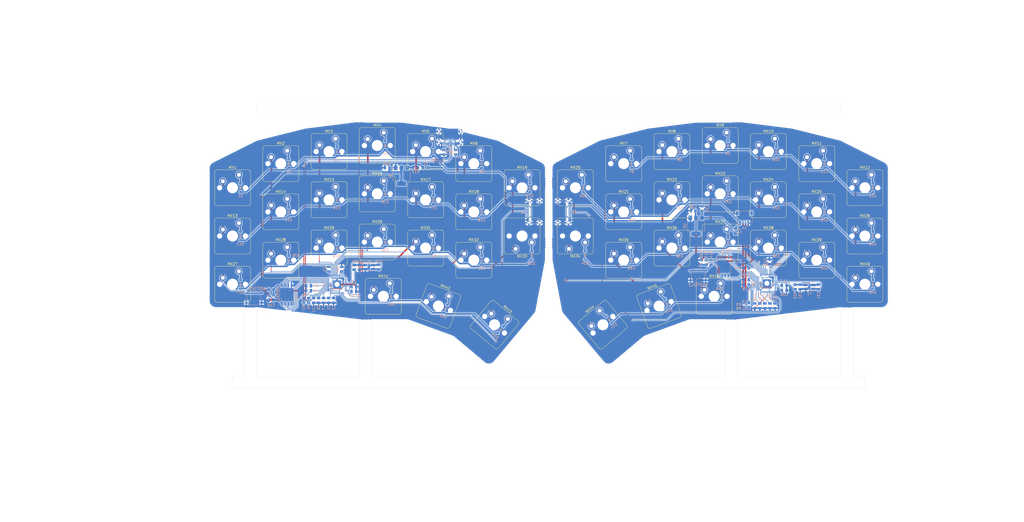
<source format=kicad_pcb>
(kicad_pcb (version 20240108) (generator "pcbnew") (generator_version "8.0")
  (layers (0 "F.Cu" signal) (31 "B.Cu" signal) (34 "B.Paste" user) (35 "F.Paste" user) (36 "B.SilkS" user "B.Silkscreen") (37 "F.SilkS" user "F.Silkscreen") (38 "B.Mask" user) (39 "F.Mask" user) (44 "Edge.Cuts" user))
  (net 0 "")
  (net 1 "GND")
  (net 2 "VBUS")
  (net 3 "Net-(D2-A)")
  (net 4 "Net-(D3-A)")
  (net 5 "Net-(D4-A)")
  (net 6 "Net-(D5-A)")
  (net 7 "Net-(D6-A)")
  (net 8 "Net-(D7-A)")
  (net 9 "Net-(D8-A)")
  (net 10 "Net-(D9-A)")
  (net 11 "Net-(D10-A)")
  (net 12 "Net-(D11-A)")
  (net 13 "Net-(D12-A)")
  (net 14 "Net-(D13-A)")
  (net 15 "Net-(D14-A)")
  (net 16 "Net-(D15-A)")
  (net 17 "Net-(D16-A)")
  (net 18 "Net-(D17-A)")
  (net 19 "Net-(D18-A)")
  (net 20 "Net-(D19-A)")
  (net 21 "Net-(D20-A)")
  (net 22 "Net-(D21-A)")
  (net 23 "Net-(D22-A)")
  (net 24 "Net-(D23-A)")
  (net 25 "Net-(D24-A)")
  (net 26 "Net-(D25-A)")
  (net 27 "Net-(D26-A)")
  (net 28 "Net-(D27-A)")
  (net 29 "Net-(D28-A)")
  (net 30 "Net-(D29-A)")
  (net 31 "Net-(D30-A)")
  (net 32 "Net-(D31-A)")
  (net 33 "Net-(D32-A)")
  (net 34 "Net-(D33-A)")
  (net 35 "Net-(D34-A)")
  (net 36 "Net-(D35-A)")
  (net 37 "Net-(D36-A)")
  (net 38 "Net-(D37-A)")
  (net 39 "Net-(D38-A)")
  (net 40 "Net-(D39-A)")
  (net 41 "Net-(D40-A)")
  (net 42 "Net-(D41-A)")
  (net 43 "Net-(D42-A)")
  (net 44 "Net-(D43-A)")
  (net 45 "Net-(D44-A)")
  (net 46 "Net-(D45-A)")
  (net 47 "Net-(D46-A)")
  (net 48 "Net-(D1-A)")
  (net 49 "Net-(J1-CC1)")
  (net 50 "Net-(J1-CC2)")
  (net 53 "Net-(J1-D+-PadA6)")
  (net 54 "Net-(J1-D--PadA7)")
  (net 55 "Net-(BOOTSEL1-Pad2)")
  (net 56 "Net-(BOOTSEL2-Pad2)")
  (net 57 "+3V3")
  (net 58 "ROW3_1")
  (net 59 "ROW2_1")
  (net 60 "ROW1_1")
  (net 61 "ROW0_1")
  (net 62 "COL0_1")
  (net 63 "COL1_1")
  (net 64 "COL2_1")
  (net 65 "COL3_1")
  (net 66 "COL4_1")
  (net 67 "COL5_1")
  (net 68 "COL6_1")
  (net 69 "+1V1")
  (net 70 "Net-(U1-XIN)")
  (net 71 "Net-(C15-Pad2)")
  (net 72 "Net-(U8-XIN)")
  (net 73 "Net-(C32-Pad2)")
  (net 74 "DM1")
  (net 75 "DP1")
  (net 76 "DM2")
  (net 77 "DP2")
  (net 78 "Net-(U1-XOUT)")
  (net 79 "/QSPI_SS")
  (net 80 "Net-(U8-XOUT)")
  (net 82 "/QSPI_SCLK")
  (net 84 "/QSPI_SD1")
  (net 88 "VBUS_RAW")
  (net 90 "/QSPI_SD2")
  (net 91 "/QSPI_SD0")
  (net 95 "/QSPI_SD3")
  (net 100 "SWD")
  (net 103 "VBUS_RAW2")
  (net 104 "SWCLK")
  (net 124 "VBUS_2")
  (net 125 "Net-(U8-USB_DP)")
  (net 126 "Net-(U8-USB_DM)")
  (net 127 "ROW0_2")
  (net 128 "ROW2_2")
  (net 129 "ROW1_2")
  (net 130 "ROW3_2")
  (net 131 "COL1_2")
  (net 132 "COL2_2")
  (net 133 "COL3_2")
  (net 134 "COL4_2")
  (net 135 "COL5_2")
  (net 136 "COL6_2")
  (net 137 "COL0_2")
  (net 138 "/QSPI_SS_2")
  (net 139 "/QSPI_SD0_2")
  (net 140 "/QSPI_SD3_2")
  (net 141 "/QSPI_SCLK_2")
  (net 142 "/QSPI_SD1_2")
  (net 143 "/QSPI_SD2_2")
  (net 160 "SERIAL1")
  (net 161 "SERIAL2")
  (footprint "ScottoKeebs_MX:MX_PCB_1.00u_rounded" (layer "F.Cu") (at 218.624722 69.425)
    (property "Reference" "MX36")
    (property "Value" "MX_SW_HS")
  )
  (footprint "ScottoKeebs_MX:MX_PCB_1.00u_rounded" (layer "F.Cu") (at 275.774722 55.1375)
    (property "Reference" "MX25")
    (property "Value" "MX_SW_HS")
  )
  (footprint "ScottoKeebs_MX:MX_PCB_1.00u_rounded" (layer "F.Cu") (at 64.225278 36.0875)
    (property "Reference" "MX2")
    (property "Value" "MX_SW_HS")
  )
  (footprint "ScottoKeebs_MX:MX_PCB_1.00u_rounded" (layer "F.Cu") (at 45.175278 45.6125)
    (property "Reference" "MX1")
    (property "Value" "MX_SW_HS")
  )
  (footprint "ScottoKeebs_MX:MX_PCB_1.00u_rounded" (layer "F.Cu") (at 256.724722 31.325)
    (property "Reference" "MX10")
    (property "Value" "MX_SW_HS")
  )
  (footprint "ScottoKeebs_MX:MX_PCB_1.00u_rounded" (layer "F.Cu") (at 102.325278 67.04375)
    (property "Reference" "MX30")
    (property "Value" "MX_SW_HS")
  )
  (footprint "ScottoKeebs_MX:MX_PCB_1.00u_rounded" (layer "F.Cu") (at 64.225278 55.1375)
    (property "Reference" "MX14")
    (property "Value" "MX_SW_HS")
  )
  (footprint "ScottoKeebs_MX:MX_PCB_1.00u_rounded" (layer "F.Cu") (at 237.674722 28.94375)
    (property "Reference" "MX9")
    (property "Value" "MX_SW_HS")
  )
  (footprint "ScottoKeebs_MX:MX_PCB_1.00u_rounded" (layer "F.Cu") (at 159.475278 64.6625 180)
    (property "Reference" "MX33")
    (property "Value" "MX_SW_HS")
  )
  (footprint "hjcustom:2x5_penal" (layer "F.Cu") (at 95.300278 18.41875 -90)
    (property "Reference" "REF**" (hide yes))
    (property "Value" "2x5_penal")
    (fp_line (start -1 2.5) (end 1 2.5) (stroke (width 0.05)) (layer "Edge.Cuts"))
    (fp_line (start 1 -2.5) (end -1 -2.5) (stroke (width 0.05)) (layer "Edge.Cuts"))
  )
  (footprint "ScottoKeebs_MX:MX_PCB_1.00u_rounded" (layer "F.Cu") (at 121.375278 31.325)
    (property "Reference" "MX5")
    (property "Value" "MX_SW_HS")
  )
  (footprint "ScottoKeebs_MX:MX_PCB_1.00u_rounded" (layer "F.Cu") (at 294.824722 45.6125)
    (property "Reference" "MX12")
    (property "Value" "MX_SW_HS")
  )
  (footprint "hjcustom:2x5_penal_double" (layer "F.Cu") (at 170.000278 67.541602)
    (property "Reference" "REF**" (hide yes))
    (property "Value" "2x5_penal_double")
    (fp_line (start -1 2.5) (end 1 2.5) (stroke (width 0.05)) (layer "Edge.Cuts"))
    (fp_line (start 1 -2.5) (end -1 -2.5) (stroke (width 0.05)) (layer "Edge.Cuts"))
  )
  (footprint "ScottoKeebs_MX:MX_PCB_1.00u_rounded" (layer "F.Cu") (at 275.774722 74.1875)
    (property "Reference" "MX39")
    (property "Value" "MX_SW_HS")
  )
  (footprint "hjcustom:2x5_penal" (layer "F.Cu") (at 287.799722 94.2375 90)
    (property "Reference" "REF**" (hide yes))
    (property "Value" "2x5_penal")
    (fp_line (start 1 -2.5) (end -1 -2.5) (stroke (width 0.05)) (layer "Edge.Cuts"))
    (fp_line (start -1 2.5) (end 1 2.5) (stroke (width 0.05)) (layer "Edge.Cuts"))
  )
  (footprint "ScottoKeebs_MX:MX_PCB_1.00u_rounded" (layer "F.Cu") (at 140.425278 55.1375)
    (property "Reference" "MX18")
    (property "Value" "MX_SW_HS")
  )
  (footprint "ScottoKeebs_MX:MX_PCB_1.00u_rounded" (layer "F.Cu") (at 83.275278 69.425)
    (property "Reference" "MX29")
    (property "Value" "MX_SW_HS")
  )
  (footprint "hjcustom:2x5_penal" (layer "F.Cu") (at 97.857392 99 90)
    (property "Reference" "REF**" (hide yes))
    (property "Value" "2x5_penal")
    (fp_line (start 1 -2.5) (end -1 -2.5) (stroke (width 0.05)) (layer "Edge.Cuts"))
    (fp_line (start -1 2.5) (end 1 2.5) (stroke (width 0.05)) (layer "Edge.Cuts"))
  )
  (footprint "hjcustom:2x5_penal" (layer "F.Cu") (at 244.699722 18.41875 -90)
    (property "Reference" "REF**" (hide yes))
    (property "Value" "2x5_penal")
    (fp_line (start -1 2.5) (end 1 2.5) (stroke (width 0.05)) (layer "Edge.Cuts"))
    (fp_line (start 1 -2.5) (end -1 -2.5) (stroke (width 0.05)) (layer "Edge.Cuts"))
  )
  (footprint "ScottoKeebs_MX:MX_PCB_1.00u_rounded" (layer "F.Cu") (at 180.524722 45.6125)
    (property "Reference" "MX20")
    (property "Value" "MX_SW_HS")
  )
  (footprint "hjcustom:2x5_penal_double" (layer "F.Cu") (at 169.999722 43.6125)
    (property "Reference" "REF**" (hide yes))
    (property "Value" "2x5_penal_double")
    (fp_line (start -1 2.5) (end 1 2.5) (stroke (width 0.05)) (layer "Edge.Cuts"))
    (fp_line (start 1 -2.5) (end -1 -2.5) (stroke (width 0.05)) (layer "Edge.Cuts"))
  )
  (footprint "ScottoKeebs_MX:MX_PCB_1.00u_rounded" (layer "F.Cu") (at 126.439842 92.30717 -20)
    (property "Reference" "MX42")
    (property "Value" "MX_SW_HS")
  )
  (footprint "ScottoKeebs_MX:MX_PCB_1.00u_rounded" (layer "F.Cu") (at 121.375278 69.425)
    (property "Reference" "MX31")
    (property "Value" "MX_SW_HS")
  )
  (footprint "ScottoKeebs_MX:MX_PCB_1.00u_rounded" (layer "F.Cu") (at 104.706528 88.475)
    (property "Reference" "MX41")
    (property "Value" "MX_SW_HS")
  )
  (footprint "ScottoKeebs_MX:MX_PCB_1.00u_rounded" (layer "F.Cu") (at 159.475278 45.6125)
    (property "Reference" "MX19")
    (property "Value" "MX_SW_HS")
  )
  (footprint "ScottoKeebs_MX:MX_PCB_1.00u_rounded" (layer "F.Cu") (at 45.175278 83.7125)
    (property "Reference" "MX27")
    (property "Value" "MX_SW_HS")
  )
  (footprint "ScottoKeebs_MX:MX_PCB_1.00u_rounded" (layer "F.Cu") (at 235.293472 88.475)
    (property "Reference" "MX46")
    (property "Value" "MX_SW_HS")
  )
  (footprint "ScottoKeebs_MX:MX_PCB_1.00u_rounded" (layer "F.Cu") (at 294.824722 83.7125)
    (property "Reference" "MX40")
    (property "Value" "MX_SW_HS")
  )
  (footprint "ScottoKeebs_MX:MX_PCB_1.00u_rounded" (layer "F.Cu") (at 199.574722 36.0875)
    (property "Reference" "MX7")
    (property "Value" "MX_SW_HS")
  )
  (footprint "ScottoKeebs_MX:MX_PCB_1.00u_rounded" (layer "F.Cu") (at 256.724722 69.425)
    (property "Reference" "MX38")
    (property "Value" "MX_SW_HS")
  )
  (footprint "ScottoKeebs_MX:MX_PCB_1.00u_rounded" (layer "F.Cu") (at 140.425278 36.0875)
    (property "Reference" "MX6")
    (property "Value" "MX_SW_HS")
  )
  (footprint "ScottoKeebs_MX:MX_PCB_1.00u_rounded" (layer "F.Cu") (at 237.674722 67.04375)
    (property "Reference" "MX37")
    (property "Value" "MX_SW_HS")
  )
  (footprint "ScottoKeebs_MX:MX_PCB_1.00u_rounded" (layer "F.Cu") (at 199.574722 74.1875)
    (property "Reference" "MX35")
    (property "Value" "MX_SW_HS")
  )
  (footprint "ScottoKeebs_MX:MX_PCB_1.00u_rounded" (layer "F.Cu") (at 218.624722 31.325)
    (property "Reference" "MX8")
    (property "Value" "MX_SW_HS")
  )
  (footprint "ScottoKeebs_MX:MX_PCB_1.00u_rounded" (layer "F.Cu") (at 121.375278 50.375)
    (property "Reference" "MX17")
    (property "Value" "MX_SW_HS")
  )
  (footprint "ScottoKeebs_MX:MX_PCB_1.00u_rounded" (layer "F.Cu") (at 218.624722 50.375)
    (property "Reference" "MX22")
    (property "Value" "MX_SW_HS")
  )
  (footprint "ScottoKeebs_MX:MX_PCB_1.00u_rounded" (layer "F.Cu") (at 199.574722 55.1375)
    (property "Reference" "MX21")
    (property "Value" "MX_SW_HS")
  )
  (footprint "ScottoKeebs_MX:MX_PCB_1.00u_rounded" (layer "F.Cu") (at 213.560158 92.30717 20)
    (property "Reference" "MX45")
    (property "Value" "MX_SW_HS")
  )
  (footprint "ScottoKeebs_MX:MX_PCB_1.00u_rounded" (layer "F.Cu") (at 102.325278 47.99375)
    (property "Reference" "MX16")
    (property "Value" "MX_SW_HS")
  )
  (footprint "ScottoKeebs_MX:MX_PCB_1.00u_rounded" (layer "F.Cu") (at 294.824722 64.6625)
    (property "Reference" "MX26")
    (property "Value" "MX_SW_HS")
  )
  (footprint "ScottoKeebs_MX:MX_PCB_1.00u_rounded" (layer "F.Cu") (at 64.225278 74.1875)
    (property "Reference" "MX28")
    (property "Value" "MX_SW_HS")
  )
  (footprint "ScottoKeebs_MX:MX_PCB_1.00u_rounded" (layer "F.Cu") (at 180.524722 64.6625 180)
    (property "Reference" "MX34")
    (property "Value" "MX_SW_HS")
  )
  (footprint "ScottoKeebs_MX:MX_PCB_1.00u_rounded" (layer "F.Cu") (at 83.275278 31.325)
    (property "Reference" "MX3")
    (property "Value" "MX_SW_HS")
  )
  (footprint "ScottoKeebs_MX:MX_PCB_1.00u_rounded" (layer "F.Cu") (at 45.175278 64.6625)
    (property "Reference" "MX13")
    (property "Value" "MX_SW_HS")
  )
  (footprint "ScottoKeebs_MX:MX_PCB_1.00u_rounded" (layer "F.Cu") (at 148.61308 99.693178 -40)
    (property "Reference" "MX43")
    (property "Value" "MX_SW_HS")
  )
  (footprint "ScottoKeebs_MX:MX_PCB_1.00u_rounded" (layer "F.Cu") (at 237.674722 47.99375)
    (property "Reference" "MX23")
    (property "Value" "MX_SW_HS")
  )
  (footprint "ScottoKeebs_MX:MX_PCB_1.00u_rounded" (layer "F.Cu") (at 83.275278 50.375)
    (property "Reference" "MX15")
    (property "Value" "MX_SW_HS")
  )
  (footprint "hjcustom:2x5_penal" (layer "F.Cu") (at 242.142608 99 90)
    (property "Reference" "REF**" (hide yes))
    (property "Value" "2x5_penal")
    (fp_line (start 1 -2.5) (end -1 -2.5) (stroke (width 0.05)) (layer "Edge.Cuts"))
    (fp_line (start -1 2.5) (end 1 2.5) (stroke (width 0.05)) (layer "Edge.Cuts"))
  )
  (footprint "ScottoKeebs_MX:MX_PCB_1.00u_rounded" (layer "F.Cu") (at 102.325278 28.94375)
    (property "Reference" "MX4")
    (property "Value" "MX_SW_HS")
  )
  (footprint "ScottoKeebs_MX:MX_PCB_1.00u_rounded" (layer "F.Cu") (at 256.724722 50.375)
    (property "Reference" "MX24")
    (property "Value" "MX_SW_HS")
  )
  (footprint "ScottoKeebs_MX:MX_PCB_1.00u_rounded" (layer "F.Cu") (at 191.386926 99.693176 40)
    (property "Reference" "MX44")
    (property "Value" "MX_SW_HS")
  )
  (footprint "hjcustom:2x5_penal" (layer "F.Cu") (at 52.200278 94.2375 90)
    (property "Reference" "REF**" (hide yes))
    (property "Value" "2x5_penal")
    (fp_line (start 1 -2.5) (end -1 -2.5) (stroke (width 0.05)) (layer "Edge.Cuts"))
    (fp_line (start -1 2.5) (end 1 2.5) (stroke (width 0.05)) (layer "Edge.Cuts"))
  )
  (footprint "ScottoKeebs_MX:MX_PCB_1.00u_rounded" (layer "F.Cu") (at 275.774722 36.0875)
    (property "Reference" "MX11")
    (property "Value" "MX_SW_HS")
  )
  (footprint "ScottoKeebs_MX:MX_PCB_1.00u_rounded" (layer "F.Cu") (at 140.425278 74.1875)
    (property "Reference" "MX32")
    (property "Value" "MX_SW_HS")
  )
  (footprint "ScottoKeebs_Components:Diode_SOD-123_REF0N1" (layer "B.Cu") (at 221.724722 69.45 90)
    (property "Reference" "D36")
    (property "Value" "D_Small")
  )
  (footprint "ScottoKeebs_Components:Diode_SOD-123_REF0N1" (layer "B.Cu") (at 238.393472 88.5 90)
    (property "Reference" "D46")
    (property "Value" "D_Small")
  )
  (footprint "Capacitor_SMD:C_0805_2012Metric" (layer "B.Cu") (at 257.099722 74.85 -90)
    (property "Reference" "C23")
    (property "Value" "100n")
  )
  (footprint "ScottoKeebs_Components:Diode_SOD-123_REF0N1" (layer "B.Cu") (at 240.774722 67.06875 90)
    (property "Reference" "D37")
    (property "Value" "D_Small")
  )
  (footprint "Capacitor_SMD:C_0805_2012Metric" (layer "B.Cu") (at 269.249722 84.775001 90)
    (property "Reference" "C32")
    (property "Value" "15p")
  )
  (footprint "Capacitor_SMD:C_0805_2012Metric" (layer "B.Cu") (at 247.974722 77.3)
    (property "Reference" "C19")
    (property "Value" "100n")
  )
  (footprint "Oscillator:Oscillator_SMD_EuroQuartz_XO32-4Pin_3.2x2.5mm_HandSoldering" (layer "B.Cu") (at 99.062778 76.95 180)
    (property "Reference" "Y1")
    (property "Value" "ABM8-272-T3")
  )
  (footprint "Capacitor_SMD:C_0805_2012Metric" (layer "B.Cu") (at 93.062778 84.625 180)
    (property "Reference" "C6")
    (property "Value" "100n")
  )
  (footprint "Capacitor_SMD:C_0805_2012Metric" (layer "B.Cu") (at 83.097575 90.099999 90)
    (property "Reference" "C1")
    (property "Value" "100n")
  )
  (footprint "ScottoKeebs_Components:Diode_SOD-123_REF0N1" (layer "B.Cu") (at 143.525278 74.2125 90)
    (property "Reference" "D32")
    (property "Value" "D_Small")
  )
  (footprint "ScottoKeebs_Components:Diode_SOD-123_REF0N1" (layer "B.Cu") (at 278.874722 36.1125 90)
    (property "Reference" "D11")
    (property "Value" "D_Small")
  )
  (footprint "ScottoKeebs_Components:Diode_SOD-123_REF0N1" (layer "B.Cu") (at 221.724722 50.4 90)
    (property "Reference" "D22")
    (property "Value" "D_Small")
  )
  (footprint "Connector_JST:JST_SH_SM04B-SRSS-TB_1x04-1MP_P1.00mm_Horizontal" (layer "B.Cu") (at 247.199722 57.51875)
    (property "Reference" "J4")
    (property "Value" "Conn_01x04")
  )
  (footprint "ScottoKeebs_Components:Diode_SOD-123_REF0N1" (layer "B.Cu") (at 86.375278 31.35 90)
    (property "Reference" "D3")
    (property "Value" "D_Small")
  )
  (footprint "ScottoKeebs_Components:Diode_SOD-123_REF0N1" (layer "B.Cu") (at 278.874722 55.1625 90)
    (property "Reference" "D25")
    (property "Value" "D_Small")
  )
  (footprint "ScottoKeebs_Components:Diode_SOD-123_REF0N1" (layer "B.Cu") (at 143.525278 36.1125 90)
    (property "Reference" "D6")
    (property "Value" "D_Small")
  )
  (footprint "ScottoKeebs_Components:Diode_SOD-123_REF0N1" (layer "B.Cu") (at 48.275278 64.6875 90)
    (property "Reference" "D13")
    (property "Value" "D_Small")
  )
  (footprint "Resistor_SMD:R_0805_2012Metric" (layer "B.Cu") (at 128.562778 31.59 -90)
    (property "Reference" "R7")
    (property "Value" "5.1k")
  )
  (footprint "ScottoKeebs_Components:Diode_SOD-123_REF0N1" (layer "B.Cu") (at 129.344325 93.390928 70)
    (property "Reference" "D42")
    (property "Value" "D_Small")
  )
  (footprint "Resistor_SMD:R_0805_2012Metric" (layer "B.Cu") (at 247.999722 92.9 180)
    (property "Reference" "R9")
    (property "Value" "27.4")
  )
  (footprint "Capacitor_SMD:C_0805_2012Metric" (layer "B.Cu") (at 230.512222 53.85 90)
    (property "Reference" "C29")
    (property "Value" "10u")
  )
  (footprint "Oscillator:Oscillator_SMD_EuroQuartz_XO32-4Pin_3.2x2.5mm_HandSoldering" (layer "B.Cu") (at 272.899723 84.775001 180)
    (property "Reference" "Y2")
    (property "Value" "ABM8-272-T3")
  )
  (footprint "ScottoKeebs_Components:Diode_SOD-123_REF0N1" (layer "B.Cu") (at 67.325278 36.1125 90)
    (property "Reference" "D2")
    (property "Value" "D_Small")
  )
  (footprint "Connector_USB:USB_C_Receptacle_GCT_USB4105-xx-A_16P_TopMnt_Horizontal" (layer "B.Cu") (at 130.962778 24.5)
    (property "Reference" "J1")
    (property "Value" "USB_C_Receptacle_USB2.0_16P")
  )
  (footprint "Capacitor_SMD:C_0805_2012Metric" (layer "B.Cu") (at 226.999722 54.693749 180)
    (property "Reference" "C30")
    (property "Value" "10u")
  )
  (footprint "ScottoKeebs_Components:Diode_SOD-123_REF0N1" (layer "B.Cu") (at 240.774722 48.01875 90)
    (property "Reference" "D23")
    (property "Value" "D_Small")
  )
  (footprint "Capacitor_SMD:C_0805_2012Metric" (layer "B.Cu") (at 95.272782 77.025001 90)
    (property "Reference" "C15")
    (property "Value" "15p")
  )
  (footprint "Capacitor_SMD:C_0805_2012Metric" (layer "B.Cu") (at 262.949723 84.1875 180)
    (property "Reference" "C17")
    (property "Value" "100n")
  )
  (footprint "ScottoKeebs_Components:Diode_SOD-123_REF0N1" (layer "B.Cu") (at 107.806528 88.5 90)
    (property "Reference" "D41")
    (property "Value" "D_Small")
  )
  (footprint "Capacitor_SMD:C_0805_2012Metric" (layer "B.Cu") (at 117.400278 37.7)
    (property "Reference" "C12")
    (property "Value" "10u")
  )
  (footprint "Fuse:Fuse_0805_2012Metric_Pad1.15x1.40mm_HandSolder" (layer "B.Cu") (at 121.387779 37.675 180)
    (property "Reference" "F1")
    (property "Value" "Fuse_Small")
  )
  (footprint "Capacitor_SMD:C_0805_2012Metric" (layer "B.Cu") (at 247.974722 81.9 180)
    (property "Reference" "C27")
    (property "Value" "100n")
  )
  (footprint "Capacitor_SMD:C_0805_2012Metric" (layer "B.Cu") (at 85.087778 90.1 90)
    (property "Reference" "C2")
    (property "Value" "100n")
  )
  (footprint "Resistor_SMD:R_0805_2012Metric" (layer "B.Cu") (at 234.087222 75.1 90)
    (property "Reference" "R14")
    (property "Value" "1k")
  )
  (footprint "ScottoKeebs_Components:Diode_SOD-123_REF0N1" (layer "B.Cu") (at 48.275278 83.7375 90)
    (property "Reference" "D27")
    (property "Value" "D_Small")
  )
  (footprint "Capacitor_SMD:C_0805_2012Metric" (layer "B.Cu") (at 276.524722 84.750001 -90)
    (property "Reference" "C31")
    (property "Value" "15p")
  )
  (footprint "Capacitor_SMD:C_0805_2012Metric" (layer "B.Cu") (at 247.974722 83.875)
    (property "Reference" "C18")
    (property "Value" "100n")
  )
  (footprint "Resistor_SMD:R_0805_2012Metric" (layer "B.Cu") (at 133.287778 31.565 -90)
    (property "Reference" "R8")
    (property "Value" "5.1k")
  )
  (footprint "ScottoKeebs_Components:Diode_SOD-123_REF0N1" (layer "B.Cu") (at 240.774722 28.96875 90)
    (property "Reference" "D9")
    (property "Value" "D_Small")
  )
  (footprint "Capacitor_SMD:C_0805_2012Metric" (layer "B.Cu") (at 77.162777 90.099999 -90)
    (property "Reference" "C11")
    (property "Value" "1u")
  )
  (footprint "ScottoKeebs_Components:Diode_SOD-123_REF0N1" (layer "B.Cu") (at 184.312222 72.275 90)
    (property "Reference" "D34")
    (property "Value" "D_Small")
  )
  (footprint "ScottoKeebs_Components:Diode_SOD-123_REF0N1" (layer "B.Cu") (at 297.924722 45.6375 90)
    (property "Reference" "D12")
    (property "Value" "D_Small")
  )
  (footprint "ScottoKeebs_Components:Diode_SOD-123_REF0N1" (layer "B.Cu") (at 202.674722 74.2125 90)
    (property "Reference" "D35")
    (property "Value" "D_Small")
  )
  (footprint "Resistor_SMD:R_0805_2012Metric" (layer "B.Cu") (at 60.412778 87.925)
    (property "Reference" "R5")
    (property "Value" "10k")
  )
  (footprint "ScottoKeebs_Components:Diode_SOD-123_REF0N1" (layer "B.Cu") (at 150.971743 101.704964 50)
    (property "Reference" "D43")
    (property "Value" "D_Small")
  )
  (footprint "ScottoKeebs_Components:Diode_SOD-123_REF0N1" (layer "B.Cu") (at 124.475278 31.35 90)
    (property "Reference" "D5")
    (property "Value" "D_Small")
  )
  (footprint "Capacitor_SMD:C_0805_2012Metric" (layer "B.Cu") (at 255.324722 92.237501 90)
    (property "Reference" "C20")
    (property "Value" "100n")
  )
  (footprint "ScottoKeebs_Components:Diode_SOD-123_REF0N1" (layer "B.Cu") (at 124.475278 69.45 90)
    (property "Reference" "D31")
    (property "Value" "D_Small")
  )
  (footprint "Capacitor_SMD:C_0805_2012Metric" (layer "B.Cu") (at 106.250278 37.7 180)
    (property "Reference" "C13")
    (property "Value" "10u")
  )
  (footprint "Package_SO:SOIC-8_5.23x5.23mm_P1.27mm" (layer "B.Cu") (at 239.037222 76.6 -90)
    (property "Reference" "U6")
    (property "Value" "W25Q128JVS")
  )
  (footprint "ScottoKeebs_Components:Diode_SOD-123_REF0N1" (layer "B.Cu") (at 86.375278 50.4 90)
    (property "Reference" "D15")
    (property "Value" "D_Small")
  )
  (footprint "ScottoKeebs_Components:Diode_SOD-123_REF0N1" (layer "B.Cu") (at 86.375278 69.45 90)
    (property "Reference" "D29")
    (property "Value" "D_Small")
  )
  (footprint "ScottoKeebs_Components:Diode_SOD-123_REF0N1" (layer "B.Cu") (at 162.575278 45.6375 90)
    (property "Reference" "D19")
    (property "Value" "D_Small")
  )
  (footprint "Fuse:Fuse_0805_2012Metric_Pad1.15x1.40mm_HandSolder" (layer "B.Cu") (at 243.737222 62.724999 -90)
    (property "Reference" "F2")
    (property "Value" "Fuse_Small")
  )
  (footprint "Package_TO_SOT_SMD:SOT-223-3_TabPin2" (layer "B.Cu") (at 228.149722 60.668749 -90)
    (property "Reference" "U5")
    (property "Value" "NCP1117-3.3_SOT223")
  )
  (footprint "Capacitor_SMD:C_0805_2012Metric" (layer "B.Cu") (at 259.324722 92.2375 90)
    (property "Reference" "C22")
    (property "Value" "100n")
  )
  (footprint "ScottoKeebs_Components:Diode_SOD-123_REF0N1" (layer "B.Cu") (at 278.874722 74.2125 90)
    (property "Reference" "D39")
    (property "Value" "D_Small")
  )
  (footprint "Capacitor_SMD:C_0805_2012Metric" (layer "B.Cu") (at 251.324722 92.2375 -90)
    (property "Reference" "C28")
    (property "Value" "1u")
  )
  (footprint "Package_TO_SOT_SMD:SOT-223-3_TabPin2" (layer "B.Cu") (at 111.850278 40.85 -90)
    (property "Reference" "U2")
    (property "Value" "NCP1117-3.3_SOT223")
  )
  (footprint "ScottoKeebs_Components:Diode_SOD-123_REF0N1" (layer "B.Cu") (at 105.425278 28.96875 90)
    (property "Reference" "D4")
    (property "Value" "D_Small")
  )
  (footprint "Resistor_SMD:R_0805_2012Metric" (layer "B.Cu") (at 267.249722 84.762501 -90)
    (property "Reference" "R15")
    (property "Value" "1k")
  )
  (footprint "Resistor_SMD:R_0805_2012Metric" (layer "B.Cu") (at 73.312777 90.074999 90)
    (property "Reference" "R2")
    (property "Value" "27.4")
  )
  (footprint "Capacitor_SMD:C_0805_2012Metric" (layer "B.Cu") (at 257.324722 92.2375 90)
    (property "Reference" "C21")
    (property "Value" "100n")
  )
  (footprint "ScottoKeebs_Components:Diode_SOD-123_REF0N1" (layer "B.Cu") (at 202.674722 55.1625 90)
    (property "Reference" "D21")
    (property "Value" "D_Small")
  )
  (footprint "Capacitor_SMD:C_0805_2012Metric" (layer "B.Cu") (at 262.949723 86.15)
    (property "Reference" "C26")
    (property "Value" "100n")
  )
  (footprint "Capacitor_SMD:C_0805_2012Metric" (layer "B.Cu") (at 60.437778 89.925 180)
    (property "Reference" "C16")
    (property "Value" "100n")
  )
  (footprint "Package_SO:SOIC-8_5.23x5.23mm_P1.27mm" (layer "B.Cu") (at 66.562778 87.75 -90)
    (property "Reference" "U3")
    (property "Value" "W25Q128JVS")
  )
  (footprint "ScottoKeebs_Components:Diode_SOD-123_REF0N1" (layer "B.Cu") (at 259.824722 69.45 90)
    (property "Reference" "D38")
    (property "Value" "D_Small")
  )
  (footprint "ScottoKeebs_Components:Diode_SOD-123_REF0N1" (layer "B.Cu") (at 202.674722 36.1125 90)
    (property "Reference" "D7")
    (property "Value" "D_Small")
  )
  (footprint "ScottoKeebs_Components:Diode_SOD-123_REF0N1" (layer "B.Cu") (at 297.924722 64.6875 90)
    (property "Reference" "D26")
    (property "Value" "D_Small")
  )
  (footprint "ScottoKeebs_Components:Diode_SOD-123_REF0N1" (layer "B.Cu") (at 48.275278 45.6375 90)
    (property "Reference" "D1")
    (property "Value" "D_Small")
  )
  (footprint "Resistor_SMD:R_0805_2012Metric" (layer "B.Cu") (at 60.412778 85.85)
    (property "Reference" "R6")
    (property "Value" "1k")
  )
  (footprint "ScottoKeebs_Components:Diode_SOD-123_REF0N1" (layer "B.Cu") (at 124.475278 50.4 90)
    (property "Reference" "D17")
    (property "Value" "D_Small")
  )
  (footprint "Resistor_SMD:R_0805_2012Metric" (layer "B.Cu") (at 75.212778 90.087499 -90)
    (property "Reference" "R1")
    (property "Value" "27.4")
  )
  (footprint "Capacitor_SMD:C_0805_2012Metric" (layer "B.Cu") (at 81.112778 90.099999 90)
    (property "Reference" "C7")
    (property "Value" "100n")
  )
  (footprint "ScottoKeebs_Components:Diode_SOD-123_REF0N1" (layer "B.Cu") (at 105.425278 67.06875 90)
    (property "Reference" "D30")
    (property "Value" "D_Small")
  )
  (footprint "ScottoKeebs_Components:Diode_SOD-123_REF0N1" (layer "B.Cu") (at 259.824722 50.4 90)
    (property "Reference" "D24")
    (property "Value" "D_Small")
  )
  (footprint "Capacitor_SMD:C_0805_2012Metric" (layer "B.Cu") (at 79.137777 90.099999 -90)
    (property "Reference" "C8")
    (property "Value" "1u")
  )
  (footprint "ScottoKeebs_Components:Diode_SOD-123_REF0N1" (layer "B.Cu") (at 183.624722 45.6375 90)
    (property "Reference" "D20")
    (property "Value" "D_Small")
  )
  (footprint "ScottoKeebs_Components:Diode_SOD-123_REF0N1" (layer "B.Cu") (at 67.325278 74.2125 90)
    (property "Reference" "D28")
    (property "Value" "D_Small")
  )
  (footprint "Capacitor_SMD:C_0805_2012Metric" (layer "B.Cu") (at 93.062778 86.6)
    (property "Reference" "C10")
    (property "Value" "100n")
  )
  (footprint "Connector_USB:USB_C_Receptacle_GCT_USB4105-xx-A_16P_TopMnt_Horizontal" (layer "B.Cu") (at 165.32528 55.137501 -90)
    (property "Reference" "J2")
    (property "Value" "USB_C_Receptacle_USB2.0_16P")
  )
  (footprint "Capacitor_SMD:C_0805_2012Metric" (layer "B.Cu") (at 75.162778 84.3 180)
    (property "Reference" "C9")
    (property "Value" "100n")
  )
  (footprint "Capacitor_SMD:C_0805_2012Metric" (layer "B.Cu") (at 75.162778 86.275)
    (property "Reference" "C3")
    (property "Value" "100n")
  )
  (footprint "Capacitor_SMD:C_0805_2012Metric" (layer "B.Cu") (at 88.237778 77.75 -90)
    (property "Reference" "C5")
    (property "Value" "100n")
  )
  (footprint "Resistor_SMD:R_0805_2012Metric" (layer "B.Cu") (at 232.162222 75.1 90)
    (property "Reference" "R13")
    (property "Value" "10k")
  )
  (footprint "ScottoKeebs_Components:Diode_SOD-123_REF0N1" (layer "B.Cu") (at 221.724722 31.35 90)
    (property "Reference" "D8")
    (property "Value" "D_Small")
  )
  (footprint "Capacitor_SMD:C_0805_2012Metric" (layer "B.Cu") (at 102.922782 76.950001 -90)
    (property "Reference" "C14")
    (property "Value" "15p")
  )
  (footprint "Button_Switch_SMD:SW_Push_1P1T_XKB_TS-1187A" (layer "B.Cu") (at 53.637778 89.1)
    (property "Reference" "BOOTSEL1")
    (property "Value" "SW_Push")
  )
  (footprint "ScottoKeebs_Components:Diode_SOD-123_REF0N1" (layer "B.Cu") (at 163.262778 72.275 90)
    (property "Reference" "D33")
    (property "Value" "D_Small")
  )
  (footprint "lib:RP2040-QFN-56-NOPAD" (layer "B.Cu") (at 256.112222 83.3375 -90)
    (property "Reference" "U8")
    (property "Value" "RP2040")
  )
  (footprint "ScottoKeebs_Components:Diode_SOD-123_REF0N1" (layer "B.Cu") (at 297.924722 83.7375 90)
    (property "Reference" "D40")
    (property "Value" "D_Small")
  )
  (footprint "ScottoKeebs_Components:Diode_SOD-123_REF0N1" (layer "B.Cu") (at 143.525278 55.1625 90)
    (property "Reference" "D18")
    (property "Value" "D_Small")
  )
  (footprint "ScottoKeebs_Components:Diode_SOD-123_REF0N1" (layer "B.Cu") (at 67.325278 55.1625 90)
    (property "Reference" "D14")
    (property "Value" "D_Small")
  )
  (footprint "Button_Switch_SMD:SW_Push_1P1T_XKB_TS-1187A" (layer "B.Cu") (at 228.962222 80.275)
    (property "Reference" "BOOTSEL2")
    (property "Value" "SW_Push")
  )
  (footprint "lib:RP2040-QFN-56-NOPAD" (layer "B.Cu") (at 86.450278 83.7625 -90)
    (property "Reference" "U1")
    (property "Value" "RP2040")
  )
  (footprint "ScottoKeebs_Components:Diode_SOD-123_REF0N1" (layer "B.Cu") (at 259.824722 31.35 90)
    (property "Reference" "D10")
    (property "Value" "D_Small")
  )
  (footprint "Capacitor_SMD:C_0805_2012Metric" (layer "B.Cu") (at 230.212222 75.1 90)
    (property "Reference" "C24")
    (property "Value" "100n")
  )
  (footprint "Capacitor_SMD:C_0805_2012Metric" (layer "B.Cu") (at 253.324722 92.2375 -90)
    (property "Reference" "C25")
    (property "Value" "1u")
  )
  (footprint "Resistor_SMD:R_0805_2012Metric" (layer "B.Cu") (at 93.222782 77.025001 -90)
    (property "Reference" "R4")
    (property "Value" "1k")
  )
  (footprint "Resistor_SMD:R_0805_2012Metric" (layer "B.Cu") (at 247.999722 90.975)
    (property "Reference" "R3")
    (property "Value" "27.4")
  )
  (footprint "ScottoKeebs_Components:Diode_SOD-123_REF0N1" (layer "B.Cu") (at 105.425278 48.01875 90)
    (property "Reference" "D16")
    (property "Value" "D_Small")
  )
  (footprint "ScottoKeebs_Components:Diode_SOD-123_REF0N1" (layer "B.Cu") (at 193.777733 97.719685 130)
    (property "Reference" "D44")
    (property "Value" "D_Small")
  )
  (footprint "Connector_USB:USB_C_Receptacle_GCT_USB4105-xx-A_16P_TopMnt_Horizontal" (layer "B.Cu") (at 174.674723 55.137498 90)
    (property "Reference" "J3")
    (property "Value" "USB_C_Receptacle_USB2.0_16P")
  )
  (footprint "Capacitor_SMD:C_0805_2012Metric" (layer "B.Cu") (at 83.212778 77.775 -90)
    (property "Reference" "C4")
    (property "Value" "100n")
  )
  (footprint "ScottoKeebs_Components:Diode_SOD-123_REF0N1" (layer "B.Cu") (at 216.481755 91.270399 110)
    (property "Reference" "D45")
    (property "Value" "D_Small")
  )
  (gr_line (start 239.642608 100) (end 239.642608 120) (stroke (width 0.05)) (layer "Edge.Cuts"))
  (gr_arc (start 207.462105 104.855506) (mid 207.890469 104.555566) (end 208.364407 104.334562) (stroke (width 0.05)) (layer "Edge.Cuts"))
  (gr_line (start 97.800278 17.41875) (end 242.199722 17.41875) (stroke (width 0.05)) (layer "Edge.Cuts"))
  (gr_line (start 131.635593 104.334562) (end 114.728607 98.180922) (stroke (width 0.05)) (layer "Edge.Cuts"))
  (gr_line (start 55 12.41875) (end 55 17.41875) (stroke (width 0.05)) (layer "Edge.Cuts"))
  (gr_line (start 73.750278 21.8) (end 92.800278 19.41875) (stroke (width 0.05)) (layer "Edge.Cuts"))
  (gr_line (start 290.299722 93.2375) (end 301.349722 93.2375) (stroke (width 0.05)) (layer "Edge.Cuts"))
  (gr_arc (start 35.650278 37.941602) (mid 36.098325 36.364408) (end 37.308637 35.25832) (stroke (width 0.05)) (layer "Edge.Cuts"))
  (gr_line (start 144.427687 114.832223) (end 132.537895 104.855506) (stroke (width 0.05)) (layer "Edge.Cuts"))
  (gr_line (start 169.000278 37.941602) (end 168.999722 41.1125) (stroke (width 0.05)) (layer "Edge.Cuts"))
  (gr_arc (start 225.271393 98.180922) (mid 225.776509 98.045579) (end 226.297453 98) (stroke (width 0.05)) (layer "Edge.Cuts"))
  (gr_line (start 100.357392 100) (end 100.357392 120) (stroke (width 0.05)) (layer "Edge.Cuts"))
  (gr_line (start 285.299722 93.2375) (end 244.993132 97.979452) (stroke (width 0.05)) (layer "Edge.Cuts"))
  (gr_line (start 60 17.41875) (end 92.800278 17.41875) (stroke (width 0.05)) (layer "Edge.Cuts"))
  (gr_arc (start 302.691363 35.25832) (mid 303.901674 36.364409) (end 304.349722 37.941602) (stroke (width 0.05)) (layer "Edge.Cuts"))
  (gr_line (start 169.000278 65.041602) (end 168.999722 46.1125) (stroke (width 0.05)) (layer "Edge.Cuts"))
  (gr_line (start 266.249722 21.8) (end 247.199722 19.41875) (stroke (width 0.05)) (layer "Edge.Cuts"))
  (gr_arc (start 169.000278 73.906655) (mid 168.987222 74.186278) (end 168.948152 74.463466) (stroke (width 0.05)) (layer "Edge.Cuts"))
  (gr_line (start 285 17.41875) (end 247.199722 17.41875) (stroke (width 0.05)) (layer "Edge.Cuts"))
  (gr_line (start 175.410677 95.471712) (end 191.345818 114.462453) (stroke (width 0.05)) (layer "Edge.Cuts"))
  (gr_line (start 285 12.41875) (end 55 12.41875) (stroke (width 0.05)) (layer "Edge.Cuts"))
  (gr_line (start 285.299722 95.2375) (end 285.299722 120) (stroke (width 0.05)) (layer "Edge.Cuts"))
  (gr_line (start 290.299722 95.2375) (end 290.299722 120) (stroke (width 0.05)) (layer "Edge.Cuts"))
  (gr_arc (start 167.341919 35.25832) (mid 168.55223 36.364409) (end 169.000278 37.941602) (stroke (width 0.05)) (layer "Edge.Cuts"))
  (gr_line (start 171.051848 74.463466) (end 174.760935 94.100159) (stroke (width 0.05)) (layer "Edge.Cuts"))
  (gr_line (start 304.349722 90.2375) (end 304.349722 37.941602) (stroke (width 0.05)) (layer "Edge.Cuts"))
  (gr_line (start 208.364407 104.334562) (end 225.271393 98.180922) (stroke (width 0.05)) (layer "Edge.Cuts"))
  (gr_line (start 209.099722 21.8) (end 190.049722 26.5625) (stroke (width 0.05)) (layer "Edge.Cuts"))
  (gr_line (start 164.589323 95.471712) (end 148.654182 114.462453) (stroke (width 0.05)) (layer "Edge.Cuts"))
  (gr_arc (start 95.357392 98) (mid 95.181829 97.994859) (end 95.006868 97.979452) (stroke (width 0.05)) (layer "Edge.Cuts"))
  (gr_line (start 170.999722 46.1125) (end 171.000278 65.041602) (stroke (width 0.05)) (layer "Edge.Cuts"))
  (gr_line (start 169.000278 73.906655) (end 169.000278 70.041602) (stroke (width 0.05)) (layer "Edge.Cuts"))
  (gr_arc (start 175.410677 95.471712) (mid 174.997635 94.827705) (end 174.760935 94.100159) (stroke (width 0.05)) (layer "Edge.Cuts"))
  (gr_line (start 266.249722 21.8) (end 285.299722 26.5625) (stroke (width 0.05)) (layer "Edge.Cuts"))
  (gr_line (start 226.297453 98) (end 239.642608 98) (stroke (width 0.05)) (layer "Edge.Cuts"))
  (gr_line (start 100.357392 120) (end 239.642608 120) (stroke (width 0.05)) (layer "Edge.Cuts"))
  (gr_line (start 295 120) (end 295 125) (stroke (width 0.05)) (layer "Edge.Cuts"))
  (gr_arc (start 148.654182 114.462453) (mid 146.617522 115.522622) (end 144.427687 114.832223) (stroke (width 0.05)) (layer "Edge.Cuts"))
  (gr_line (start 149.950278 26.5625) (end 167.341919 35.25832) (stroke (width 0.05)) (layer "Edge.Cuts"))
  (gr_arc (start 170.999722 37.941602) (mid 171.447769 36.364408) (end 172.658081 35.25832) (stroke (width 0.05)) (layer "Edge.Cuts"))
  (gr_line (start 244.642608 100) (end 244.642608 120) (stroke (width 0.05)) (layer "Edge.Cuts"))
  (gr_line (start 285 17.41875) (end 285 12.41875) (stroke (width 0.05)) (layer "Edge.Cuts"))
  (gr_line (start 97.800278 19.41875) (end 111.850278 19.41875) (stroke (width 0.05)) (layer "Edge.Cuts"))
  (gr_line (start 95.357392 100) (end 95.357392 120) (stroke (width 0.05)) (layer "Edge.Cuts"))
  (gr_line (start 168.948152 74.463466) (end 165.239065 94.100159) (stroke (width 0.05)) (layer "Edge.Cuts"))
  (gr_line (start 290.299722 120) (end 295 120) (stroke (width 0.05)) (layer "Edge.Cuts"))
  (gr_line (start 228.149722 19.41875) (end 209.099722 21.8) (stroke (width 0.05)) (layer "Edge.Cuts"))
  (gr_line (start 111.850278 19.41875) (end 130.900278 21.8) (stroke (width 0.05)) (layer "Edge.Cuts"))
  (gr_line (start 49.700278 95.2375) (end 49.700278 120) (stroke (width 0.05)) (layer "Edge.Cuts"))
  (gr_line (start 54.700278 93.2375) (end 95.006868 97.979452) (stroke (width 0.05)) (layer "Edge.Cuts"))
  (gr_line (start 136.900278 21.8) (end 136.912778 23.3) (stroke (width 0.05)) (layer "Edge.Cuts"))
  (gr_arc (start 244.993132 97.979452) (mid 244.818171 97.994859) (end 244.642608 98) (stroke (width 0.05)) (layer "Edge.Cuts"))
  (gr_line (start 295 125) (end 45 125) (stroke (width 0.05)) (layer "Edge.Cuts"))
  (gr_line (start 37.308637 35.25832) (end 54.700278 26.5625) (stroke (width 0.05)) (layer "Edge.Cuts"))
  (gr_line (start 242.199722 19.41875) (end 228.149722 19.41875) (stroke (width 0.05)) (layer "Edge.Cuts"))
  (gr_line (start 195.572313 114.832223) (end 207.462105 104.855506) (stroke (width 0.05)) (layer "Edge.Cuts"))
  (gr_line (start 45 125) (end 45 120) (stroke (width 0.05)) (layer "Edge.Cuts"))
  (gr_line (start 49.700278 93.2375) (end 38.650278 93.2375) (stroke (width 0.05)) (layer "Edge.Cuts"))
  (gr_line (start 190.049722 26.5625) (end 172.658081 35.25832) (stroke (width 0.05)) (layer "Edge.Cuts"))
  (gr_line (start 54.700278 120) (end 95.357392 120) (stroke (width 0.05)) (layer "Edge.Cuts"))
  (gr_line (start 45 120) (end 49.700278 120) (stroke (width 0.05)) (layer "Edge.Cuts"))
  (gr_line (start 113.702547 98) (end 100.357392 98) (stroke (width 0.05)) (layer "Edge.Cuts"))
  (gr_line (start 170.999722 37.941602) (end 170.999722 41.1125) (stroke (width 0.05)) (layer "Edge.Cuts"))
  (gr_line (start 73.750278 21.8) (end 54.700278 26.5625) (stroke (width 0.05)) (layer "Edge.Cuts"))
  (gr_arc (start 195.572313 114.832223) (mid 193.382474 115.522719) (end 191.345818 114.462453) (stroke (width 0.05)) (layer "Edge.Cuts"))
  (gr_arc (start 304.349722 90.2375) (mid 303.471042 92.35882) (end 301.349722 93.2375) (stroke (width 0.05)) (layer "Edge.Cuts"))
  (gr_line (start 302.691363 35.25832) (end 285.299722 26.5625) (stroke (width 0.05)) (layer "Edge.Cuts"))
  (gr_arc (start 165.239065 94.100159) (mid 165.002349 94.827697) (end 164.589323 95.471712) (stroke (width 0.05)) (layer "Edge.Cuts"))
  (gr_line (start 244.642608 120) (end 285.299722 120) (stroke (width 0.05)) (layer "Edge.Cuts"))
  (gr_arc (start 131.635593 104.334562) (mid 132.10953 104.555567) (end 132.537895 104.855506) (stroke (width 0.05)) (layer "Edge.Cuts"))
  (gr_line (start 54.700278 95.2375) (end 54.700278 120) (stroke (width 0.05)) (layer "Edge.Cuts"))
  (gr_line (start 130.900278 21.8) (end 136.900278 21.8) (stroke (width 0.05)) (layer "Edge.Cuts"))
  (gr_line (start 136.912778 23.3) (end 149.950278 26.5625) (stroke (width 0.05)) (layer "Edge.Cuts"))
  (gr_line (start 55 17.41875) (end 60 17.41875) (stroke (width 0.05)) (layer "Edge.Cuts"))
  (gr_line (start 35.650278 90.2375) (end 35.650278 37.941602) (stroke (width 0.05)) (layer "Edge.Cuts"))
  (gr_line (start 170.999722 73.906655) (end 171.000278 70.041602) (stroke (width 0.05)) (layer "Edge.Cuts"))
  (gr_arc (start 38.650278 93.2375) (mid 36.528958 92.35882) (end 35.650278 90.2375) (stroke (width 0.05)) (layer "Edge.Cuts"))
  (gr_arc (start 113.702547 98) (mid 114.223491 98.045577) (end 114.728607 98.180922) (stroke (width 0.05)) (layer "Edge.Cuts"))
  (gr_arc (start 171.051848 74.463466) (mid 171.012789 74.186277) (end 170.999722 73.906655) (stroke (width 0.05)) (layer "Edge.Cuts"))
  (segment (start 244.462222 74.768629) (end 243.265407 73.571815) (width 0.6) (layer "F.Cu") (net 1))
  (segment (start 86.450278 83.7625) (end 93.150277 83.7625) (width 0.6) (layer "F.Cu") (net 1))
  (segment (start 67.587778 86.275) (end 71.637778 86.275) (width 0.6) (layer "F.Cu") (net 1))
  (segment (start 162.22028 50.817501) (end 166.40028 50.817501) (width 0.3) (layer "F.Cu") (net 1))
  (segment (start 243.265407 73.571815) (end 242.693593 73) (width 0.6) (layer "F.Cu") (net 1))
  (segment (start 244.462222 75.6) (end 244.462222 74.768629) (width 0.6) (layer "F.Cu") (net 1))
  (segment (start 240.942222 73) (end 231.362223 73) (width 0.6) (layer "F.Cu") (net 1))
  (segment (start 250.637222 73.9) (end 248.699722 71.9625) (width 0.6) (layer "F.Cu") (net 1))
  (segment (start 248.699722 71.9625) (end 248.699722 59.51875) (width 0.6) (layer "F.Cu") (net 1))
  (segment (start 177.779723 59.457498) (end 173.599723 59.457498) (width 0.3) (layer "F.Cu") (net 1))
  (segment (start 242.693593 73) (end 240.942222 73) (width 0.6) (layer "F.Cu") (net 1))
  (segment (start 93.150277 83.7625) (end 94.012777 84.625) (width 0.6) (layer "F.Cu") (net 1))
  (segment (start 231.362223 73) (end 230.212222 74.150001) (width 0.6) (layer "F.Cu") (net 1))
  (segment (start 251.887222 73.9) (end 250.637222 73.9) (width 0.6) (layer "F.Cu") (net 1))
  (segment (start 166.40028 59.457501) (end 166.40028 50.817501) (width 0.3) (layer "F.Cu") (net 1))
  (segment (start 173.599723 59.457498) (end 173.599723 50.817498) (width 0.3) (layer "F.Cu") (net 1))
  (segment (start 63.937778 89.925) (end 64.587778 89.275) (width 0.6) (layer "F.Cu") (net 1))
  (segment (start 162.22028 59.457501) (end 166.40028 59.457501) (width 0.3) (layer "F.Cu") (net 1))
  (segment (start 59.487779 89.925) (end 63.937778 89.925) (width 0.6) (layer "F.Cu") (net 1))
  (segment (start 250.637222 73.9) (end 249.062222 75.475) (width 0.6) (layer "F.Cu") (net 1))
  (segment (start 173.599723 50.817498) (end 177.779723 50.817498) (width 0.3) (layer "F.Cu") (net 1))
  (via (at 67.587778 86.275) (size 0.6) (drill 0.3) (layers "F.Cu" "B.Cu") (net 1))
  (via (at 64.587778 89.275) (size 0.6) (drill 0.3) (layers "F.Cu" "B.Cu") (net 1))
  (via (at 248.699722 59.51875) (size 0.6) (drill 0.3) (layers "F.Cu" "B.Cu") (net 1))
  (via (at 261.587222 81.95) (size 0.6) (drill 0.3) (layers "F.Cu" "B.Cu") (net 1))
  (via (at 71.637778 86.275) (size 0.6) (drill 0.3) (layers "F.Cu" "B.Cu") (net 1))
  (via (at 243.265407 73.571815) (size 0.6) (drill 0.3) (layers "F.Cu" "B.Cu") (net 1))
  (via (at 59.487779 89.925) (size 0.6) (drill 0.3) (layers "F.Cu" "B.Cu") (net 1))
  (via (at 244.462222 75.6) (size 0.6) (drill 0.3) (layers "F.Cu" "B.Cu") (net 1))
  (via (at 230.212222 74.150001) (size 0.6) (drill 0.3) (layers "F.Cu" "B.Cu") (net 1))
  (via (at 240.942222 73) (size 0.6) (drill 0.3) (layers "F.Cu" "B.Cu") (net 1))
  (via (at 251.887222 73.9) (size 0.6) (drill 0.3) (layers "F.Cu" "B.Cu") (net 1))
  (via (at 249.062222 75.475) (size 0.6) (drill 0.3) (layers "F.Cu" "B.Cu") (net 1))
  (via (at 94.012777 84.625) (size 0.6) (drill 0.3) (layers "F.Cu" "B.Cu") (net 1))
  (segment (start 261.199722 82.3375) (end 261.587222 81.95) (width 0.2) (layer "B.Cu") (net 1))
  (segment (start 178.354723 51.937498) (end 178.354723 51.392498) (width 0.3) (layer "B.Cu") (net 1))
  (segment (start 95.522782 77.725) (end 95.272782 77.975) (width 0.6) (layer "B.Cu") (net 1))
  (segment (start 127.762778 28.18) (end 127.217778 28.18) (width 0.3) (layer "B.Cu") (net 1))
  (segment (start 100.512778 76.175) (end 102.747784 76.175) (width 0.6) (layer "B.Cu") (net 1))
  (segment (start 58.437779 90.975) (end 59.487779 89.925) (width 0.6) (layer "B.Cu") (net 1))
  (segment (start 257.112223 82.337499) (end 256.112222 83.3375) (width 0.2) (layer "B.Cu") (net 1))
  (segment (start 71.637778 86.275) (end 74.212779 86.275) (width 0.6) (layer "B.Cu") (net 1))
  (segment (start 249.062222 75.475) (end 247.159037 73.571815) (width 0.6) (layer "B.Cu") (net 1))
  (segment (start 89.887778 82.7625) (end 87.450278 82.7625) (width 0.2) (layer "B.Cu") (net 1))
  (segment (start 247.159037 73.571815) (end 243.265407 73.571815) (width 0.6) (layer "B.Cu") (net 1))
  (segment (start 56.637778 90.975) (end 58.437779 90.975) (width 0.6) (layer "B.Cu") (net 1))
  (segment (start 68.467778 85.395) (end 67.587778 86.275) (width 0.6) (layer "B.Cu") (net 1))
  (segment (start 134.720258 23.425) (end 126.642778 23.425) (width 0.3) (layer "B.Cu") (net 1))
  (segment (start 257.099722 73.900001) (end 251.887222 73.9) (width 0.6) (layer "B.Cu") (net 1))
  (segment (start 161.64528 51.937501) (end 161.64528 51.392501) (width 0.3) (layer "B.Cu") (net 1))
  (segment (start 126.642778 23.425) (end 126.642778 27.605) (width 0.3) (layer "B.Cu") (net 1))
  (segment (start 102.747784 76.175) (end 102.922782 76.000002) (width 0.6) (layer "B.Cu") (net 1))
  (segment (start 178.354723 58.882498) (end 177.779723 59.457498) (width 0.3) (layer "B.Cu") (net 1))
  (segment (start 135.282778 23.56563) (end 134.720258 23.425) (width 0.3) (layer "B.Cu") (net 1))
  (segment (start 97.612778 77.725) (end 95.522782 77.725) (width 0.6) (layer "B.Cu") (net 1))
  (segment (start 247.024723 77.3) (end 246.162222 77.3) (width 0.6) (layer "B.Cu") (net 1))
  (segment (start 127.217778 28.18) (end 126.642778 27.605) (width 0.3) (layer "B.Cu") (net 1))
  (segment (start 67.587778 86.275) (end 64.587778 89.275) (width 0.6) (layer "B.Cu") (net 1))
  (segment (start 68.467778 84.15) (end 68.467778 85.395) (width 0.6) (layer "B.Cu") (net 1))
  (segment (start 259.549722 82.3375) (end 261.199722 82.3375) (width 0.2) (layer "B.Cu") (net 1))
  (segment (start 226.049723 54.693749) (end 227.843471 52.900001) (width 0.6) (layer "B.Cu") (net 1))
  (segment (start 161.64528 58.337501) (end 161.64528 58.882501) (width 0.3) (layer "B.Cu") (net 1))
  (segment (start 135.282778 27.605) (end 135.282778 23.56563) (width 0.3) (layer "B.Cu") (net 1))
  (segment (start 98.187778 77.725) (end 99.737778 76.175) (width 0.6) (layer "B.Cu") (net 1))
  (segment (start 178.354723 51.392498) (end 177.779723 50.817498) (width 0.3) (layer "B.Cu") (net 1))
  (segment (start 246.162222 77.3) (end 244.462222 75.6) (width 0.6) (layer "B.Cu") (net 1))
  (segment (start 134.162778 28.18) (end 134.707778 28.18) (width 0.3) (layer "B.Cu") (net 1))
  (segment (start 87.450278 82.7625) (end 86.450278 83.7625) (width 0.2) (layer "B.Cu") (net 1))
  (segment (start 276.324723 84.000001) (end 276.524722 83.800002) (width 0.6) (layer "B.Cu") (net 1))
  (segment (start 271.449723 85.550001) (end 269.424721 85.550001) (width 0.6) (layer "B.Cu") (net 1))
  (segment (start 161.64528 51.392501) (end 162.22028 50.817501) (width 0.3) (layer "B.Cu") (net 1))
  (segment (start 227.843471 52.900001) (end 230.512222 52.900001) (width 0.6) (layer "B.Cu") (net 1))
  (segment (start 269.424721 85.550001) (end 269.249722 85.725) (width 0.6) (layer "B.Cu") (net 1))
  (segment (start 161.64528 58.882501) (end 162.22028 59.457501) (width 0.3) (layer "B.Cu") (net 1))
  (segment (start 97.612778 77.725) (end 98.187778 77.725) (width 0.6) (layer "B.Cu") (net 1))
  (segment (start 272.024723 85.550001) (end 273.574723 84.000001) (width 0.6) (layer "B.Cu") (net 1))
  (segment (start 134.707778 28.18) (end 135.282778 27.605) (width 0.3) (layer "B.Cu") (net 1))
  (segment (start 259.549722 82.3375) (end 257.112223 82.337499) (width 0.2) (layer "B.Cu") (net 1))
  (segment (start 56.637778 90.975) (end 50.637778 90.975) (width 0.6) (layer "B.Cu") (net 1))
  (segment (start 273.574723 84.000001) (end 274.349723 84.000001) (width 0.6) (layer "B.Cu") (net 1))
  (segment (start 99.737778 76.175) (end 100.512778 76.175) (width 0.6) (layer "B.Cu") (net 1))
  (segment (start 274.349723 84.000001) (end 276.324723 84.000001) (width 0.6) (layer "B.Cu") (net 1))
  (segment (start 271.449723 85.550001) (end 272.024723 85.550001) (width 0.6) (layer "B.Cu") (net 1))
  (segment (start 225.962222 82.15) (end 231.962222 82.15) (width 0.6) (layer "B.Cu") (net 1))
  (segment (start 178.354723 58.337498) (end 178.354723 58.882498) (width 0.3) (layer "B.Cu") (net 1))
  (segment (start 116.450279 37.7) (end 117.675279 36.475) (width 0.6) (layer "B.Cu") (net 2))
  (segment (start 119.16278 36.475) (end 120.36278 37.675) (width 0.6) (layer "B.Cu") (net 2))
  (segment (start 114.150278 37.7) (end 116.450279 37.7) (width 0.6) (layer "B.Cu") (net 2))
  (segment (start 117.675279 36.475) (end 119.16278 36.475) (width 0.6) (layer "B.Cu") (net 2))
  (segment (start 67.325278 34.4625) (end 67.325278 31.5675) (width 0.6) (layer "B.Cu") (net 3))
  (segment (start 67.325278 31.5675) (end 66.765278 31.0075) (width 0.6) (layer "B.Cu") (net 3))
  (segment (start 86.375278 29.7) (end 86.375278 26.805) (width 0.6) (layer "B.Cu") (net 4))
  (segment (start 86.375278 26.805) (end 85.815278 26.245) (width 0.6) (layer "B.Cu") (net 4))
  (segment (start 105.425278 27.31875) (end 105.425278 24.42375) (width 0.6) (layer "B.Cu") (net 5))
  (segment (start 105.425278 24.42375) (end 104.865278 23.86375) (width 0.6) (layer "B.Cu") (net 5))
  (segment (start 124.475278 26.805) (end 123.915278 26.245) (width 0.6) (layer "B.Cu") (net 6))
  (segment (start 124.475278 29.7) (end 124.475278 26.805) (width 0.6) (layer "B.Cu") (net 6))
  (segment (start 143.525278 31.5675) (end 142.965278 31.0075) (width 0.6) (layer "B.Cu") (net 7))
  (segment (start 143.525278 34.4625) (end 143.525278 31.5675) (width 0.6) (layer "B.Cu") (net 7))
  (segment (start 202.674722 34.4625) (end 202.674722 31.5675) (width 0.6) (layer "B.Cu") (net 8))
  (segment (start 202.674722 31.5675) (end 202.114722 31.0075) (width 0.6) (layer "B.Cu") (net 8))
  (segment (start 221.724722 29.7) (end 221.724722 26.805) (width 0.6) (layer "B.Cu") (net 9))
  (segment (start 221.724722 26.805) (end 221.164722 26.245) (width 0.6) (layer "B.Cu") (net 9))
  (segment (start 240.774722 27.31875) (end 240.774722 24.42375) (width 0.6) (layer "B.Cu") (net 10))
  (segment (start 240.774722 24.42375) (end 240.214722 23.86375) (width 0.6) (layer "B.Cu") (net 10))
  (segment (start 259.824722 26.805) (end 259.264722 26.245) (width 0.6) (layer "B.Cu") (net 11))
  (segment (start 259.824722 29.7) (end 259.824722 26.805) (width 0.6) (layer "B.Cu") (net 11))
  (segment (start 278.874722 34.4625) (end 278.874722 31.5675) (width 0.6) (layer "B.Cu") (net 12))
  (segment (start 278.874722 31.5675) (end 278.314722 31.0075) (width 0.6) (layer "B.Cu") (net 12))
  (segment (start 297.924722 41.0925) (end 297.364722 40.5325) (width 0.6) (layer "B.Cu") (net 13))
  (segment (start 297.924722 43.9875) (end 297.924722 41.0925) (width 0.6) (layer "B.Cu") (net 13))
  (segment (start 48.275278 60.1425) (end 47.715278 59.5825) (width 0.6) (layer "B.Cu") (net 14))
  (segment (start 48.275278 63.0375) (end 48.275278 60.1425) (width 0.6) (layer "B.Cu") (net 14))
  (segment (start 67.325278 53.5125) (end 67.325278 50.6175) (width 0.6) (layer "B.Cu") (net 15))
  (segment (start 67.325278 50.6175) (end 66.765278 50.0575) (width 0.6) (layer "B.Cu") (net 15))
  (segment (start 86.375278 45.855) (end 85.815278 45.295) (width 0.6) (layer "B.Cu") (net 16))
  (segment (start 86.375278 48.75) (end 86.375278 45.855) (width 0.6) (layer "B.Cu") (net 16))
  (segment (start 105.425278 46.36875) (end 105.425278 43.47375) (width 0.6) (layer "B.Cu") (net 17))
  (segment (start 105.425278 43.47375) (end 104.865278 42.91375) (width 0.6) (layer "B.Cu") (net 17))
  (segment (start 124.475278 45.855) (end 123.915278 45.295) (width 0.6) (layer "B.Cu") (net 18))
  (segment (start 124.475278 48.75) (end 124.475278 45.855) (width 0.6) (layer "B.Cu") (net 18))
  (segment (start 143.525278 50.6175) (end 142.965278 50.0575) (width 0.6) (layer "B.Cu") (net 19))
  (segment (start 143.525278 53.5125) (end 143.525278 50.6175) (width 0.6) (layer "B.Cu") (net 19))
  (segment (start 162.575278 41.0925) (end 162.015278 40.5325) (width 0.6) (layer "B.Cu") (net 20))
  (segment (start 162.575278 43.9875) (end 162.575278 41.0925) (width 0.6) (layer "B.Cu") (net 20))
  (segment (start 183.624722 43.9875) (end 183.624722 41.0925) (width 0.6) (layer "B.Cu") (net 21))
  (segment (start 183.624722 41.0925) (end 183.064722 40.5325) (width 0.6) (layer "B.Cu") (net 21))
  (segment (start 202.674722 50.6175) (end 202.114722 50.0575) (width 0.6) (layer "B.Cu") (net 22))
  (segment (start 202.674722 53.5125) (end 202.674722 50.6175) (width 0.6) (layer "B.Cu") (net 22))
  (segment (start 221.724722 48.75) (end 221.724722 45.855) (width 0.6) (layer "B.Cu") (net 23))
  (segment (start 221.724722 45.855) (end 221.164722 45.295) (width 0.6) (layer "B.Cu") (net 23))
  (segment (start 240.774722 46.36875) (end 240.774722 43.47375) (width 0.6) (layer "B.Cu") (net 24))
  (segment (start 240.774722 43.47375) (end 240.214722 42.91375) (width 0.6) (layer "B.Cu") (net 24))
  (segment (start 259.824722 48.75) (end 259.824722 45.855) (width 0.6) (layer "B.Cu") (net 25))
  (segment (start 259.824722 45.855) (end 259.264722 45.295) (width 0.6) (layer "B.Cu") (net 25))
  (segment (start 278.874722 53.5125) (end 278.874722 50.6175) (width 0.6) (layer "B.Cu") (net 26))
  (segment (start 278.874722 50.6175) (end 278.314722 50.0575) (width 0.6) (layer "B.Cu") (net 26))
  (segment (start 297.924722 63.0375) (end 297.924722 60.1425) (width 0.6) (layer "B.Cu") (net 27))
  (segment (start 297.924722 60.1425) (end 297.364722 59.5825) (width 0.6) (layer "B.Cu") (net 27))
  (segment (start 48.275278 82.0875) (end 48.275278 79.1925) (width 0.6) (layer "B.Cu") (net 28))
  (segment (start 48.275278 79.1925) (end 47.715278 78.6325) (width 0.6) (layer "B.Cu") (net 28))
  (segment (start 67.325278 69.6675) (end 66.765278 69.1075) (width 0.6) (layer "B.Cu") (net 29))
  (segment (start 67.325278 72.5625) (end 67.325278 69.6675) (width 0.6) (layer "B.Cu") (net 29))
  (segment (start 86.375278 64.905) (end 85.815278 64.345) (width 0.6) (layer "B.Cu") (net 30))
  (segment (start 86.375278 67.8) (end 86.375278 64.905) (width 0.6) (layer "B.Cu") (net 30))
  (segment (start 105.425278 65.41875) (end 105.425278 62.52375) (width 0.6) (layer "B.Cu") (net 31))
  (segment (start 105.425278 62.52375) (end 104.865278 61.96375) (width 0.6) (layer "B.Cu") (net 31))
  (segment (start 124.475278 64.905) (end 123.915278 64.345) (width 0.6) (layer "B.Cu") (net 32))
  (segment (start 124.475278 67.8) (end 124.475278 64.905) (width 0.6) (layer "B.Cu") (net 32))
  (segment (start 143.525278 72.5625) (end 143.525278 69.6675) (width 0.6) (layer "B.Cu") (net 33))
  (segment (start 143.525278 69.6675) (end 142.965278 69.1075) (width 0.6) (layer "B.Cu") (net 33))
  (segment (start 163.262778 70.625) (end 163.262778 67.225) (width 0.6) (layer "B.Cu") (net 34))
  (segment (start 163.262778 67.225) (end 163.285278 67.2025) (width 0.6) (layer "B.Cu") (net 34))
  (segment (start 184.312222 67.225) (end 184.334722 67.2025) (width 0.6) (layer "B.Cu") (net 35))
  (segment (start 184.312222 70.625) (end 184.312222 67.225) (width 0.6) (layer "B.Cu") (net 35))
  (segment (start 202.674722 72.5625) (end 202.674722 69.6675) (width 0.6) (layer "B.Cu") (net 36))
  (segment (start 202.674722 69.6675) (end 202.114722 69.1075) (width 0.6) (layer "B.Cu") (net 36))
  (segment (start 221.724722 67.8) (end 221.724722 64.905) (width 0.6) (layer "B.Cu") (net 37))
  (segment (start 221.724722 64.905) (end 221.164722 64.345) (width 0.6) (layer "B.Cu") (net 37))
  (segment (start 240.774722 62.52375) (end 240.214722 61.96375) (width 0.6) (layer "B.Cu") (net 38))
  (segment (start 240.774722 65.41875) (end 240.774722 62.52375) (width 0.6) (layer "B.Cu") (net 38))
  (segment (start 259.824722 67.8) (end 259.824722 64.905) (width 0.6) (layer "B.Cu") (net 39))
  (segment (start 259.824722 64.905) (end 259.264722 64.345) (width 0.6) (layer "B.Cu") (net 39))
  (segment (start 278.874722 72.5625) (end 278.874722 69.6675) (width 0.6) (layer "B.Cu") (net 40))
  (segment (start 278.874722 69.6675) (end 278.314722 69.1075) (width 0.6) (layer "B.Cu") (net 40))
  (segment (start 297.924722 82.0875) (end 297.924722 79.1925) (width 0.6) (layer "B.Cu") (net 41))
  (segment (start 297.924722 79.1925) (end 297.364722 78.6325) (width 0.6) (layer "B.Cu") (net 41))
  (segment (start 107.806528 86.85) (end 107.806528 83.955) (width 0.6) (layer "B.Cu") (net 42))
  (segment (start 107.806528 83.955) (end 107.246528 83.395) (width 0.6) (layer "B.Cu") (net 42))
  (segment (start 130.56412 91.184975) (end 129.908659 91.840436) (width 0.6) (layer "B.Cu") (net 43))
  (segment (start 130.56412 88.402261) (end 130.56412 91.184975) (width 0.6) (layer "B.Cu") (net 43))
  (segment (start 153.82419 97.43435) (end 153.82419 98.649147) (width 0.6) (layer "B.Cu") (net 44))
  (segment (start 153.82419 98.649147) (end 152.032345 100.440992) (width 0.6) (layer "B.Cu") (net 44))
  (segment (start 192.717134 96.455712) (end 192.354041 96.455712) (width 0.6) (layer "B.Cu") (net 45))
  (segment (start 192.354041 96.455712) (end 190.067318 94.168989) (width 0.6) (layer "B.Cu") (net 45))
  (segment (start 214.209515 86.6648) (end 214.209515 88.011999) (width 0.6) (layer "B.Cu") (net 46))
  (segment (start 214.209515 88.011999) (end 215.917422 89.719906) (width 0.6) (layer "B.Cu") (net 46))
  (segment (start 238.393472 83.955) (end 237.833472 83.395) (width 0.6) (layer "B.Cu") (net 47))
  (segment (start 238.393472 86.85) (end 238.393472 83.955) (width 0.6) (layer "B.Cu") (net 47))
  (segment (start 48.275278 43.9875) (end 48.275278 41.0925) (width 0.6) (layer "B.Cu") (net 48))
  (segment (start 48.275278 41.0925) (end 47.715278 40.5325) (width 0.6) (layer "B.Cu") (net 48))
  (segment (start 129.712778 28.179999) (end 129.712778 29.5275) (width 0.3) (layer "B.Cu") (net 49))
  (segment (start 129.712778 29.5275) (end 128.562778 30.6775) (width 0.3) (layer "B.Cu") (net 49))
  (segment (start 132.712778 30.0775) (end 132.712778 28.18) (width 0.3) (layer "B.Cu") (net 50))
  (segment (start 133.287778 30.6525) (end 132.712778 30.0775) (width 0.3) (layer "B.Cu") (net 50))
  (segment (start 128.533099 35.375) (end 124.74324 35.375) (width 0.3) (layer "F.Cu") (net 53))
  (segment (start 128.538093 35.379994) (end 128.533099 35.375) (width 0.3) (layer "F.Cu") (net 53))
  (segment (start 124.74324 35.375) (end 124.737945 35.380295) (width 0.3) (layer "F.Cu") (net 53))
  (segment (start 73.312778 91) (end 73.312778 37.025) (width 0.3) (layer "F.Cu") (net 53))
  (via (at 128.538093 35.379994) (size 0.6) (drill 0.3) (layers "F.Cu" "B.Cu") (net 53))
  (via (at 73.312778 91) (size 0.6) (drill 0.3) (layers "F.Cu" "B.Cu") (net 53))
  (via (at 124.737945 35.380295) (size 0.6) (drill 0.3) (layers "F.Cu" "B.Cu") (net 53))
  (via (at 73.312778 37.025) (size 0.6) (drill 0.3) (layers "F.Cu" "B.Cu") (net 53))
  (segment (start 124.737945 35.380295) (end 124.73265 35.375) (width 0.3) (layer "B.Cu") (net 53))
  (segment (start 128.538093 35.379994) (end 130.107784 35.379994) (width 0.3) (layer "B.Cu") (net 53))
  (segment (start 73.312777 90.987499) (end 73.312777 90.999999) (width 0.3) (layer "B.Cu") (net 53))
  (segment (start 131.712778 27.50188) (end 131.712778 28.18) (width 0.3) (layer "B.Cu") (net 53))
  (segment (start 130.712778 28.18) (end 130.712778 27.50188) (width 0.3) (layer "B.Cu") (net 53))
  (segment (start 130.959658 27.255) (end 131.465898 27.255) (width 0.3) (layer "B.Cu") (net 53))
  (segment (start 130.712778 27.50188) (end 130.959658 27.255) (width 0.3) (layer "B.Cu") (net 53))
  (segment (start 74.962778 35.375) (end 73.312778 37.025) (width 0.3) (layer "B.Cu") (net 53))
  (segment (start 73.312777 90.999999) (end 73.312778 91) (width 0.3) (layer "B.Cu") (net 53))
  (segment (start 131.465898 27.255) (end 131.712778 27.50188) (width 0.3) (layer "B.Cu") (net 53))
  (segment (start 124.73265 35.375) (end 74.962778 35.375) (width 0.3) (layer "B.Cu") (net 53))
  (segment (start 131.712778 33.775) (end 131.712778 28.18) (width 0.3) (layer "B.Cu") (net 53))
  (segment (start 130.107784 35.379994) (end 131.712778 33.775) (width 0.3) (layer "B.Cu") (net 53))
  (segment (start 73.962778 35.425) (end 73.962778 89.75) (width 0.3) (layer "F.Cu") (net 54))
  (segment (start 73.962778 89.75) (end 75.212778 91) (width 0.3) (layer "F.Cu") (net 54))
  (segment (start 128.487778 34.581575) (end 128.486892 34.580689) (width 0.3) (layer "F.Cu") (net 54))
  (segment (start 128.486892 34.580689) (end 124.712778 34.580689) (width 0.3) (layer "F.Cu") (net 54))
  (via (at 75.212778 91) (size 0.6) (drill 0.3) (layers "F.Cu" "B.Cu") (net 54))
  (via (at 128.487778 34.581575) (size 0.6) (drill 0.3) (layers "F.Cu" "B.Cu") (net 54))
  (via (at 124.712778 34.580689) (size 0.6) (drill 0.3) (layers "F.Cu" "B.Cu") (net 54))
  (via (at 73.962778 35.425) (size 0.6) (drill 0.3) (layers "F.Cu" "B.Cu") (net 54))
  (segment (start 131.212778 33.567894) (end 131.212778 29.075) (width 0.3) (layer "B.Cu") (net 54))
  (segment (start 130.459658 29.105) (end 131.182778 29.105) (width 0.3) (layer "B.Cu") (net 54))
  (segment (start 130.212778 28.85812) (end 130.459658 29.105) (width 0.3) (layer "B.Cu") (net 54))
  (segment (start 130.199097 34.581575) (end 131.212778 33.567894) (width 0.3) (layer "B.Cu") (net 54))
  (segment (start 124.712778 34.580689) (end 74.807089 34.580689) (width 0.3) (layer "B.Cu") (net 54))
  (segment (start 131.182778 29.105) (end 131.212778 29.075) (width 0.3) (layer "B.Cu") (net 54))
  (segment (start 74.807089 34.580689) (end 73.962778 35.425) (width 0.3) (layer "B.Cu") (net 54))
  (segment (start 131.212778 29.075) (end 131.212778 28.18) (width 0.3) (layer "B.Cu") (net 54))
  (segment (start 130.212778 28.18) (end 130.212778 28.85812) (width 0.3) (layer "B.Cu") (net 54))
  (segment (start 75.212778 90.999999) (end 75.212778 91) (width 0.3) (layer "B.Cu") (net 54))
  (segment (start 128.487778 34.581575) (end 130.199097 34.581575) (width 0.3) (layer "B.Cu") (net 54))
  (segment (start 59.500278 85.85) (end 58.012778 85.85) (width 0.6) (layer "B.Cu") (net 55))
  (segment (start 56.637778 87.225) (end 50.637778 87.225) (width 0.6) (layer "B.Cu") (net 55))
  (segment (start 58.012778 85.85) (end 56.637778 87.225) (width 0.6) (layer "B.Cu") (net 55))
  (segment (start 234.087222 76.275) (end 231.962222 78.4) (width 0.6) (layer "B.Cu") (net 56))
  (segment (start 231.962222 78.4) (end 225.962222 78.4) (width 0.6) (layer "B.Cu") (net 56))
  (segment (start 234.087222 76.0125) (end 234.087222 76.275) (width 0.6) (layer "B.Cu") (net 56))
  (segment (start 228.149722 63.818748) (end 228.149722 74.4375) (width 0.6) (layer "F.Cu") (net 57))
  (segment (start 228.149722 74.4375) (end 229.762221 76.049999) (width 0.6) (layer "F.Cu") (net 57))
  (segment (start 229.762221 76.049999) (end 230.212222 76.049999) (width 0.6) (layer "F.Cu") (net 57))
  (segment (start 243.087222 74.525) (end 238.537222 74.525) (width 0.6) (layer "F.Cu") (net 57))
  (segment (start 56.937778 85.3625) (end 59.500278 87.925) (width 1) (layer "F.Cu") (net 57))
  (segment (start 237.132222 75.93) (end 237.132222 80.2) (width 0.6) (layer "F.Cu") (net 57))
  (segment (start 238.537222 74.525) (end 237.132222 75.93) (width 0.6) (layer "F.Cu") (net 57))
  (segment (start 56.937778 48.5) (end 56.937778 85.3625) (width 1) (layer "F.Cu") (net 57))
  (via (at 230.212222 76.049999) (size 0.6) (drill 0.3) (layers "F.Cu" "B.Cu") (net 57))
  (via (at 59.500278 87.925) (size 0.6) (drill 0.3) (layers "F.Cu" "B.Cu") (net 57))
  (via (at 243.087222 74.525) (size 0.6) (drill 0.3) (layers "F.Cu" "B.Cu") (net 57))
  (via (at 56.937778 48.5) (size 0.6) (drill 0.3) (layers "F.Cu" "B.Cu") (net 57))
  (via (at 228.149722 63.818748) (size 0.6) (drill 0.3) (layers "F.Cu" "B.Cu") (net 57))
  (via (at 237.132222 80.2) (size 0.6) (drill 0.3) (layers "F.Cu" "B.Cu") (net 57))
  (segment (start 73.428032 87.55) (end 70.912778 90.065254) (width 0.2) (layer "B.Cu") (net 57))
  (segment (start 233.024722 75.15) (end 234.837222 75.15) (width 0.3) (layer "B.Cu") (net 57))
  (segment (start 84.550278 86.3125) (end 84.562778 86.325) (width 0.2) (layer "B.Cu") (net 57))
  (segment (start 258.224722 83.5375) (end 258.012222 83.75) (width 0.2) (layer "B.Cu") (net 57))
  (segment (start 84.053919 81.0625) (end 84.562778 81.0625) (width 0.2) (layer "B.Cu") (net 57))
  (segment (start 254.215863 85.537499) (end 254.270292 85.48307) (width 0.2) (layer "B.Cu") (net 57))
  (segment (start 260.249268 83.5375) (end 260.899268 84.1875) (width 0.2) (layer "B.Cu") (net 57))
  (segment (start 87.450279 87.73386) (end 87.134139 88.05) (width 0.2) (layer "B.Cu") (net 57))
  (segment (start 252.674722 83.937501) (end 249.887222 83.937501) (width 0.2) (layer "B.Cu") (net 57))
  (segment (start 84.550278 84.5875) (end 84.550278 86.3125) (width 0.2) (layer "B.Cu") (net 57))
  (segment (start 252.674722 83.937501) (end 254.199721 83.937501) (width 0.2) (layer "B.Cu") (net 57))
  (segment (start 74.837777 87.55) (end 73.428032 87.55) (width 0.2) (layer "B.Cu") (net 57))
  (segment (start 253.512222 80.433859) (end 253.512222 79.9) (width 0.2) (layer "B.Cu") (net 57))
  (segment (start 258.012222 84.981402) (end 257.756124 85.2375) (width 0.2) (layer "B.Cu") (net 57))
  (segment (start 79.462778 86.275) (end 76.112777 86.275) (width 0.2) (layer "B.Cu") (net 57))
  (segment (start 85.087778 88.55) (end 85.087778 89.150001) (width 0.2) (layer "B.Cu") (net 57))
  (segment (start 254.212222 83.925) (end 254.212222 84.981402) (width 0.2) (layer "B.Cu") (net 57))
  (segment (start 83.850278 80.325) (end 83.850278 79.362499) (width 0.2) (layer "B.Cu") (net 57))
  (segment (start 252.674722 85.537499) (end 252.099723 85.537499) (width 0.2) (layer "B.Cu") (net 57))
  (segment (start 230.212222 76.049999) (end 232.124723 76.049999) (width 0.6) (layer "B.Cu") (net 57))
  (segment (start 254.46832 85.2375) (end 254.515863 85.2375) (width 0.2) (layer "B.Cu") (net 57))
  (segment (start 70.912778 92.547057) (end 69.659835 93.8) (width 0.2) (layer "B.Cu") (net 57))
  (segment (start 84.550278 81.075) (end 84.562778 81.0625) (width 0.2) (layer "B.Cu") (net 57))
  (segment (start 251.887222 89.850001) (end 253.324722 91.287501) (width 0.2) (layer "B.Cu") (net 57))
  (segment (start 253.512222 87.475001) (end 257.324722 91.287501) (width 0.2) (layer "B.Cu") (net 57))
  (segment (start 70.912778 90.065254) (end 70.912778 92.547057) (width 0.2) (layer "B.Cu") (net 57))
  (segment (start 89.887778 83.9625) (end 91.040966 83.962501) (width 0.2) (layer "B.Cu") (net 57))
  (segment (start 248.924721 83.875) (end 249.824721 83.875) (width 0.2) (layer "B.Cu") (net 57))
  (segment (start 82.225278 86.3625) (end 83.012778 86.3625) (width 0.2) (layer "B.Cu") (net 57))
  (segment (start 254.270292 85.48307) (end 254.515863 85.2375) (width 0.2) (layer "B.Cu") (net 57))
  (segment (start 254.074722 83.5375) (end 254.212222 83.675) (width 0.2) (layer "B.Cu") (net 57))
  (segment (start 252.674722 85.9375) (end 252.674722 88.637502) (width 0.2) (layer "B.Cu") (net 57))
  (segment (start 84.191419 86.325) (end 84.562778 86.325) (width 0.2) (layer "B.Cu") (net 57))
  (segment (start 252.674722 85.537499) (end 254.215863 85.537499) (width 0.2) (layer "B.Cu") (net 57))
  (segment (start 81.112778 89.15) (end 81.112778 87.475) (width 0.2) (layer "B.Cu") (net 57))
  (segment (start 83.097575 89.15) (end 83.850278 88.397297) (width 0.2) (layer "B.Cu") (net 57))
  (segment (start 250.162222 83.537499) (end 252.674722 83.5375) (width 0.2) (layer "B.Cu") (net 57))
  (segment (start 83.012778 83.9625) (end 81.775278 83.9625) (width 0.2) (layer "B.Cu") (net 57))
  (segment (start 83.850278 79.362499) (end 83.212778 78.724999) (width 0.2) (layer "B.Cu") (net 57))
  (segment (start 81.775278 83.9625) (end 81.375277 84.362501) (width 0.2) (layer "B.Cu") (net 57))
  (segment (start 253.870292 85.88307) (end 254.270292 85.48307) (width 0.2) (layer "B.Cu") (net 57))
  (segment (start 107.200277 38.737499) (end 107.200277 39.537501) (width 1) (layer "B.Cu") (net 57))
  (segment (start 59.500278 88.037501) (end 61.387777 89.925) (width 0.6) (layer "B.Cu") (net 57))
  (segment (start 253.512222 86.775) (end 253.512223 86.24114) (width 0.2) (layer "B.Cu") (net 57))
  (segment (start 253.512222 79.325) (end 253.512222 79.9) (width 0.2) (layer "B.Cu") (net 57))
  (segment (start 257.112222 85.4875) (end 257.112222 86.775) (width 0.2) (layer "B.Cu") (net 57))
  (segment (start 61.387777 89.925) (end 63.232778 89.925) (width 0.6) (layer "B.Cu") (net 57))
  (segment (start 83.012778 83.9625) (end 84.362778 83.9625) (width 0.2) (layer "B.Cu") (net 57))
  (segment (start 257.112222 89.075001) (end 259.324722 91.287501) (width 0.2) (layer "B.Cu") (net 57))
  (segment (start 260.899268 84.1875) (end 261.999724 84.1875) (width 0.2) (layer "B.Cu") (net 57))
  (segment (start 252.674722 88.637502) (end 255.324722 91.287502) (width 0.2) (layer "B.Cu") (net 57))
  (segment (start 254.212222 83.675) (end 254.212222 81.133859) (width 0.2) (layer "B.Cu") (net 57))
  (segment (start 251.487222 77.3) (end 253.512222 79.325) (width 0.2) (layer "B.Cu") (net 57))
  (segment (start 84.550278 84.15) (end 84.550278 84.5875) (width 0.2) (layer "B.Cu") (net 57))
  (segment (start 234.837222 75.15) (end 237.132222 77.445) (width 0.3) (layer "B.Cu") (net 57))
  (segment (start 228.149722 57.51875) (end 228.149722 63.818748) (width 0.6) (layer "B.Cu") (net 57))
  (segment (start 88.700278 83.9625) (end 89.887778 83.9625) (width 0.2) (layer "B.Cu") (net 57))
  (segment (start 252.674722 83.5375) (end 254.074722 83.5375) (width 0.2) (layer "B.Cu") (net 57))
  (segment (start 76.112777 86.275) (end 74.837777 87.55) (width 0.2) (layer "B.Cu") (net 57))
  (segment (start 84.562778 81.0625) (end 87.246639 81.0625) (width 0.2) (layer "B.Cu") (net 57))
  (segment (start 83.546639 86.3625) (end 83.850279 86.66614) (width 0.2) (layer "B.Cu") (net 57))
  (segment (start 257.756124 85.2375) (end 257.362222 85.2375) (width 0.2) (layer "B.Cu") (net 57))
  (segment (start 232.162222 76.0125) (end 233.024722 75.15) (width 0.3) (layer "B.Cu") (net 57))
  (segment (start 251.887222 85.75) (end 251.887222 89.850001) (width 0.2) (layer "B.Cu") (net 57))
  (segment (start 107.200277 39.537501) (end 107.162778 39.575) (width 1) (layer "B.Cu") (net 57))
  (segment (start 257.362222 85.2375) (end 257.112222 85.4875) (width 0.2) (layer "B.Cu") (net 57))
  (segment (start 259.549722 83.5375) (end 258.224722 83.5375) (width 0.2) (layer "B.Cu") (net 57))
  (segment (start 84.550278 84.15) (end 84.550278 81.075) (width 0.2) (layer "B.Cu") (net 57))
  (segment (start 87.450278 87.2) (end 87.450279 87.73386) (width 0.2) (layer "B.Cu") (net 57))
  (segment (start 83.850278 87.2) (end 83.850279 86.66614) (width 0.2) (layer "B.Cu") (net 57))
  (segment (start 69.659835 93.8) (end 66.612778 93.8) (width 0.2) (layer "B.Cu") (net 57))
  (segment (start 227.949721 54.693749) (end 227.949721 57.318749) (width 0.6) (layer "B.Cu") (net 57))
  (segment (start 254.212222 84.981402) (end 254.46832 85.2375) (width 0.2) (layer "B.Cu") (net 57))
  (segment (start 111.500278 39.575) (end 107.162778 39.575) (width 1) (layer "B.Cu") (net 57))
  (segment (start 87.450278 85.925) (end 87.712778 85.6625) (width 0.2) (layer "B.Cu") (net 57))
  (segment (start 253.512223 86.24114) (end 253.870292 85.88307) (width 0.2) (layer "B.Cu") (net 57))
  (segment (start 65.862778 39.575) (end 56.937778 48.5) (width 1) (layer "B.Cu") (net 57))
  (segment (start 88.350278 85.406402) (end 88.350278 84.3125) (width 0.2) (layer "B.Cu") (net 57))
  (segment (start 87.450278 80.325) (end 87.450278 79.487499) (width 0.2) (layer "B.Cu") (net 57))
  (segment (start 87.246639 81.0625) (end 87.450278 80.858861) (width 0.2) (layer "B.Cu") (net 57))
  (segment (start 83.850278 80.325) (end 83.850279 80.85886) (width 0.2) (layer "B.Cu") (net 57))
  (segment (start 59.500278 87.925) (end 59.500278 88.037501) (width 0.6) (layer "B.Cu") (net 57))
  (segment (start 252.674722 85.9375) (end 253.815862 85.9375) (width 0.2) (layer "B.Cu") (net 57))
  (segment (start 84.562778 86.325) (end 87.450278 86.325) (width 0.2) (layer "B.Cu") (net 57))
  (segment (start 254.199721 83.937501) (end 254.212222 83.925) (width 0.2) (layer "B.Cu") (net 57))
  (segment (start 259.549722 83.5375) (end 260.249268 83.5375) (width 0.2) (layer "B.Cu") (net 57))
  (segment (start 63.232778 89.925) (end 64.657778 91.35) (width 0.6) (layer "B.Cu") (net 57))
  (segment (start 253.512222 86.775) (end 253.512222 87.475001) (width 0.2) (layer "B.Cu") (net 57))
  (segment (start 111.850278 37.700001) (end 111.850278 43.999999) (width 1) (layer "B.Cu") (net 57))
  (segment (start 257.112223 75.8125) (end 257.112222 79.9) (width 0.2) (layer "B.Cu") (net 57))
  (segment (start 88.09418 85.6625) (end 88.350278 85.406402) (width 0.2) (layer "B.Cu") (net 57))
  (segment (start 64.657778 91.845) (end 64.657778 91.35) (width 0.2) (layer "B.Cu") (net 57))
  (segment (start 84.362778 83.9625) (end 84.550278 84.15) (width 0.2) (layer "B.Cu") (net 57))
  (segment (start 83.012778 85.962499) (end 83.828918 85.962499) (width 0.2) (layer "B.Cu") (net 57))
  (segment (start 258.012222 83.75) (end 258.012222 84.981402) (width 0.2) (layer "B.Cu") (net 57))
  (segment (start 237.132222 77.445) (end 237.132222 80.2) (width 0.3) (layer "B.Cu") (net 57))
  (segment (start 107.200277 37.7) (end 107.200277 39.537501) (width 1) (layer "B.Cu") (net 57))
  (segment (start 83.012778 84.362501) (end 84.325279 84.362501) (width 0.2) (layer "B.Cu") (net 57))
  (segment (start 248.924721 77.3) (end 246.149721 74.525) (width 0.6) (layer "B.Cu") (net 57))
  (segment (start 249.824721 83.875) (end 250.162222 83.537499) (width 0.2) (layer "B.Cu") (net 57))
  (segment (start 83.012778 85.962499) (end 82.050279 85.962499) (width 0.2) (layer "B.Cu") (net 57))
  (segment (start 87.450278 86.325) (end 87.450278 85.925) (width 0.2) (layer "B.Cu") (net 57))
  (segment (start 83.850278 88.397297) (end 83.850278 87.2) (width 0.2) (layer "B.Cu") (net 57))
  (segment (start 254.212222 81.133859) (end 253.512222 80.433859) (width 0.2) (layer "B.Cu") (net 57))
  (segment (start 87.134139 88.05) (end 85.587778 88.05) (width 0.2) (layer "B.Cu") (net 57))
  (segment (start 66.612778 93.8) (end 64.657778 91.845) (width 0.2) (layer "B.Cu") (net 57))
  (segment (start 232.124723 76.049999) (end 232.162222 76.0125) (width 0.6) (layer "B.Cu") (net 57))
  (segment (start 87.450278 79.487499) (end 88.237778 78.699999) (width 0.2) (layer "B.Cu") (net 57))
  (segment (start 83.012778 86.3625) (end 83.546639 86.3625) (width 0.2) (layer "B.Cu") (net 57))
  (segment (start 107.162778 39.575) (end 65.862778 39.575) (width 1) (layer "B.Cu") (net 57))
  (segment (start 81.375277 84.362501) (end 79.462778 86.275) (width 0.2) (layer "B.Cu") (net 57))
  (segment (start 91.703465 84.625) (end 92.112779 84.625) (width 0.2) (layer "B.Cu") (net 57))
  (segment (start 254.515863 85.2375) (end 257.362222 85.2375) (width 0.2) (layer "B.Cu") (net 57))
  (segment (start 252.099723 85.537499) (end 251.887222 85.75) (width 0.2) (layer "B.Cu") (net 57))
  (segment (start 87.450278 86.325) (end 87.450278 87.2) (width 0.2) (layer "B.Cu") (net 57))
  (segment (start 257.112222 86.775) (end 257.112222 89.075001) (width 0.2) (layer "B.Cu") (net 57))
  (segment (start 87.450278 80.858861) (end 87.450278 80.325) (width 0.2) (layer "B.Cu") (net 57))
  (segment (start 246.149721 74.525) (end 243.087222 74.525) (width 0.6) (layer "B.Cu") (net 57))
  (segment (start 107.200277 38.737499) (end 107.200277 37.7) (width 0.6) (layer "B.Cu") (net 57))
  (segment (start 91.040966 83.962501) (end 91.703465 84.625) (width 0.2) (layer "B.Cu") (net 57))
  (segment (start 83.850279 86.66614) (end 84.191419 86.325) (width 0.2) (layer "B.Cu") (net 57))
  (segment (start 83.012778 84.362501) (end 81.375277 84.362501) (width 0.2) (layer "B.Cu") (net 57))
  (segment (start 85.587778 88.05) (end 85.087778 88.55) (width 0.2) (layer "B.Cu") (net 57))
  (segment (start 248.924721 77.3) (end 251.487222 77.3) (width 0.2) (layer "B.Cu") (net 57))
  (segment (start 84.325279 84.362501) (end 84.550278 84.5875) (width 0.2) (layer "B.Cu") (net 57))
  (segment (start 257.099722 75.799999) (end 257.112223 75.8125) (width 0.2) (layer "B.Cu") (net 57))
  (segment (start 81.112778 87.475) (end 82.225278 86.3625) (width 0.2) (layer "B.Cu") (net 57))
  (segment (start 254.212222 81.133859) (end 256.412224 81.133859) (width 0.2) (layer "B.Cu") (net 57))
  (segment (start 83.850279 80.85886) (end 84.053919 81.0625) (width 0.2) (layer "B.Cu") (net 57))
  (segment (start 257.112223 80.43386) (end 257.112222 79.9) (width 0.2) (layer "B.Cu") (net 57))
  (segment (start 253.815862 85.9375) (end 253.870292 85.88307) (width 0.2) (layer "B.Cu") (net 57))
  (segment (start 254.212222 83.675) (end 254.212222 83.925) (width 0.2) (layer "B.Cu") (net 57))
  (segment (start 227.949721 57.318749) (end 228.149722 57.51875) (width 0.6) (layer "B.Cu") (net 57))
  (segment (start 249.887222 83.937501) (end 249.824721 83.875) (width 0.2) (layer "B.Cu") (net 57))
  (segment (start 256.412224 81.133859) (end 257.112223 80.43386) (width 0.2) (layer "B.Cu") (net 57))
  (segment (start 87.712778 85.6625) (end 88.09418 85.6625) (width 0.2) (layer "B.Cu") (net 57))
  (segment (start 82.050279 85.962499) (end 79.137777 88.875001) (width 0.2) (layer "B.Cu") (net 57))
  (segment (start 88.350278 84.3125) (end 88.700278 83.9625) (width 0.2) (layer "B.Cu") (net 57))
  (segment (start 83.828918 85.962499) (end 84.191419 86.325) (width 0.2) (layer "B.Cu") (net 57))
  (segment (start 79.137777 88.875001) (end 79.137777 89.15) (width 0.2) (layer "B.Cu") (net 57))
  (segment (start 95.162778 33) (end 95.162778 87.85) (width 0.3) (layer "F.Cu") (net 58))
  (via (at 95.162778 87.85) (size 0.6) (drill 0.3) (layers "F.Cu" "B.Cu") (net 58))
  (via (at 95.162778 33) (size 0.6) (drill 0.3) (layers "F.Cu" "B.Cu") (net 58))
  (segment (start 123.680278 33.795) (end 124.475278 33) (width 0.6) (layer "B.Cu") (net 58))
  (segment (start 108.601528 33.795) (end 123.680278 33.795) (width 0.6) (layer "B.Cu") (net 58))
  (segment (start 59.374028 38.5575) (end 66.530278 38.5575) (width 0.6) (layer "B.Cu") (net 58))
  (segment (start 130.032778 38.5575) (end 124.475278 33) (width 0.6) (layer "B.Cu") (net 58))
  (segment (start 91.853035 87.85) (end 91.187778 87.184743) (width 0.2) (layer "B.Cu") (net 58))
  (segment (start 103.044028 33) (end 105.425278 30.61875) (width 0.6) (layer "B.Cu") (net 58))
  (segment (start 73.499895 33.795) (end 85.580278 33.795) (width 0.6) (layer "B.Cu") (net 58))
  (segment (start 67.325278 37.7625) (end 69.532395 37.7625) (width 0.6) (layer "B.Cu") (net 58))
  (segment (start 86.375278 33) (end 103.044028 33) (width 0.6) (layer "B.Cu") (net 58))
  (segment (start 95.162778 87.85) (end 91.853035 87.85) (width 0.2) (layer "B.Cu") (net 58))
  (segment (start 142.730278 38.5575) (end 130.032778 38.5575) (width 0.6) (layer "B.Cu") (net 58))
  (segment (start 143.525278 37.7625) (end 142.730278 38.5575) (width 0.6) (layer "B.Cu") (net 58))
  (segment (start 48.275278 47.2875) (end 50.644028 47.2875) (width 0.6) (layer "B.Cu") (net 58))
  (segment (start 85.580278 33.795) (end 86.375278 33) (width 0.6) (layer "B.Cu") (net 58))
  (segment (start 50.644028 47.2875) (end 59.374028 38.5575) (width 0.6) (layer "B.Cu") (net 58))
  (segment (start 91.187778 87.184743) (end 91.187778 86.375) (width 0.2) (layer "B.Cu") (net 58))
  (segment (start 69.532395 37.7625) (end 73.499895 33.795) (width 0.6) (layer "B.Cu") (net 58))
  (segment (start 91.187778 86.375) (end 90.775277 85.962499) (width 0.2) (layer "B.Cu") (net 58))
  (segment (start 105.425278 30.61875) (end 108.601528 33.795) (width 0.6) (layer "B.Cu") (net 58))
  (segment (start 90.775277 85.962499) (end 89.887778 85.962499) (width 0.2) (layer "B.Cu") (net 58))
  (segment (start 66.530278 38.5575) (end 67.325278 37.7625) (width 0.6) (layer "B.Cu") (net 58))
  (segment (start 95.162778 88.650003) (end 95.282014 88.650003) (width 0.3) (layer "F.Cu") (net 59))
  (segment (start 95.812778 88.119239) (end 95.812778 50.46375) (width 0.3) (layer "F.Cu") (net 59))
  (segment (start 95.282014 88.650003) (end 95.812778 88.119239) (width 0.3) (layer "F.Cu") (net 59))
  (via (at 95.812778 50.46375) (size 0.6) (drill 0.3) (layers "F.Cu" "B.Cu") (net 59))
  (via (at 95.162778 88.650003) (size 0.6) (drill 0.3) (layers "F.Cu" "B.Cu") (net 59))
  (segment (start 119.182171 51.675) (end 120.352171 52.845) (width 0.6) (layer "B.Cu") (net 59))
  (segment (start 115.738161 51.72) (end 116.852395 51.72) (width 0.6) (layer "B.Cu") (net 59))
  (segment (start 116.930087 51.642308) (end 116.962779 51.675) (width 0.6) (layer "B.Cu") (net 59))
  (segment (start 66.530278 57.6075) (end 67.325278 56.8125) (width 0.6) (layer "B.Cu") (net 59))
  (segment (start 67.980278 56.4825) (end 69.862395 56.4825) (width 0.6) (layer "B.Cu") (net 59))
  (segment (start 85.580278 52.845) (end 86.375278 52.05) (width 0.6) (layer "B.Cu") (net 59))
  (segment (start 143.525278 56.8125) (end 145.732395 56.8125) (width 0.6) (layer "B.Cu") (net 59))
  (segment (start 86.375278 52.05) (end 88.582395 52.05) (width 0.6) (layer "B.Cu") (net 59))
  (segment (start 104.630278 50.46375) (end 105.425278 49.66875) (width 0.6) (layer "B.Cu") (net 59))
  (segment (start 59.212395 57.6075) (end 66.530278 57.6075) (width 0.6) (layer "B.Cu") (net 59))
  (segment (start 90.168645 50.46375) (end 104.630278 50.46375) (width 0.6) (layer "B.Cu") (net 59))
  (segment (start 142.730278 57.6075) (end 143.525278 56.8125) (width 0.6) (layer "B.Cu") (net 59))
  (segment (start 154.462395 48.0825) (end 161.780278 48.0825) (width 0.6) (layer "B.Cu") (net 59))
  (segment (start 92.087352 88.650003) (end 95.162778 88.650003) (width 0.2) (layer "B.Cu") (net 59))
  (segment (start 90.787778 86.925) (end 90.787778 87.350429) (width 0.2) (layer "B.Cu") (net 59))
  (segment (start 90.787778 86.540686) (end 90.787778 86.925) (width 0.2) (layer "B.Cu") (net 59))
  (segment (start 105.425278 49.66875) (end 113.686911 49.66875) (width 0.6) (layer "B.Cu") (net 59))
  (segment (start 50.482395 66.3375) (end 59.212395 57.6075) (width 0.6) (layer "B.Cu") (net 59))
  (segment (start 69.862395 56.4825) (end 73.499895 52.845) (width 0.6) (layer "B.Cu") (net 59))
  (segment (start 89.887778 86.3625) (end 90.609592 86.3625) (width 0.2) (layer "B.Cu") (net 59))
  (segment (start 88.582395 52.05) (end 90.168645 50.46375) (width 0.6) (layer "B.Cu") (net 59))
  (segment (start 90.787778 87.350429) (end 92.087352 88.650003) (width 0.2) (layer "B.Cu") (net 59))
  (segment (start 113.686911 49.66875) (end 115.738161 51.72) (width 0.6) (layer "B.Cu") (net 59))
  (segment (start 138.277171 56.4825) (end 139.402171 57.6075) (width 0.6) (layer "B.Cu") (net 59))
  (segment (start 67.325278 56.8125) (end 67.650278 56.8125) (width 0.6) (layer "B.Cu") (net 59))
  (segment (start 139.402171 57.6075) (end 142.730278 57.6075) (width 0.6) (layer "B.Cu") (net 59))
  (segment (start 116.852395 51.72) (end 116.930087 51.642308) (width 0.6) (layer "B.Cu") (net 59))
  (segment (start 161.780278 48.0825) (end 162.575278 47.2875) (width 0.6) (layer "B.Cu") (net 59))
  (segment (start 123.680278 52.845) (end 124.475278 52.05) (width 0.6) (layer "B.Cu") (net 59))
  (segment (start 130.355661 52.05) (end 134.788161 56.4825) (width 0.6) (layer "B.Cu") (net 59))
  (segment (start 124.475278 52.05) (end 130.355661 52.05) (width 0.6) (layer "B.Cu") (net 59))
  (segment (start 90.609592 86.3625) (end 90.787778 86.540686) (width 0.2) (layer "B.Cu") (net 59))
  (segment (start 145.732395 56.8125) (end 154.462395 48.0825) (width 0.6) (layer "B.Cu") (net 59))
  (segment (start 67.650278 56.8125) (end 67.980278 56.4825) (width 0.6) (layer "B.Cu") (net 59))
  (segment (start 48.275278 66.3375) (end 50.482395 66.3375) (width 0.6) (layer "B.Cu") (net 59))
  (segment (start 134.788161 56.4825) (end 138.277171 56.4825) (width 0.6) (layer "B.Cu") (net 59))
  (segment (start 73.499895 52.845) (end 85.580278 52.845) (width 0.6) (layer "B.Cu") (net 59))
  (segment (start 120.352171 52.845) (end 123.680278 52.845) (width 0.6) (layer "B.Cu") (net 59))
  (segment (start 116.962779 51.675) (end 119.182171 51.675) (width 0.6) (layer "B.Cu") (net 59))
  (segment (start 95.282014 89.450006) (end 95.162778 89.450006) (width 0.3) (layer "F.Cu") (net 60))
  (segment (start 96.462778 69.51375) (end 96.462778 88.269242) (width 0.3) (layer "F.Cu") (net 60))
  (segment (start 96.462778 88.269242) (end 95.282014 89.450006) (width 0.3) (layer "F.Cu") (net 60))
  (via (at 95.162778 89.450006) (size 0.6) (drill 0.3) (layers "F.Cu" "B.Cu") (net 60))
  (via (at 96.462778 69.51375) (size 0.6) (drill 0.3) (layers "F.Cu" "B.Cu") (net 60))
  (segment (start 163.262778 73.9375) (end 161.337778 75.8625) (width 0.6) (layer "B.Cu") (net 60))
  (segment (start 67.325278 75.8625) (end 69.532395 75.8625) (width 0.6) (layer "B.Cu") (net 60))
  (segment (start 89.050278 87.2) (end 89.050278 88.121814) (width 0.2) (layer "B.Cu") (net 60))
  (segment (start 48.275278 85.3875) (end 50.482395 85.3875) (width 0.6) (layer "B.Cu") (net 60))
  (segment (start 124.475278 71.1) (end 130.355661 71.1) (width 0.6) (layer "B.Cu") (net 60))
  (segment (start 50.482395 85.3875) (end 59.212395 76.6575) (width 0.6) (layer "B.Cu") (net 60))
  (segment (start 104.630278 69.51375) (end 105.425278 68.71875) (width 0.6) (layer "B.Cu") (net 60))
  (segment (start 116.863161 71.895) (end 123.680278 71.895) (width 0.6) (layer "B.Cu") (net 60))
  (segment (start 105.425278 68.71875) (end 113.686911 68.71875) (width 0.6) (layer "B.Cu") (net 60))
  (segment (start 69.532395 75.8625) (end 73.499894 71.895) (width 0.6) (layer "B.Cu") (net 60))
  (segment (start 66.530278 76.6575) (end 67.325278 75.8625) (width 0.6) (layer "B.Cu") (net 60))
  (segment (start 88.582395 71.1) (end 90.168645 69.51375) (width 0.6) (layer "B.Cu") (net 60))
  (segment (start 134.788161 75.5325) (end 138.277171 75.5325) (width 0.6) (layer "B.Cu") (net 60))
  (segment (start 89.050278 88.121814) (end 89.795621 88.867157) (width 0.2) (layer "B.Cu") (net 60))
  (segment (start 139.402171 76.6575) (end 142.730278 76.6575) (width 0.6) (layer "B.Cu") (net 60))
  (segment (start 89.795621 88.867157) (end 90.37847 89.450006) (width 0.2) (layer "B.Cu") (net 60))
  (segment (start 73.499894 71.895) (end 85.580278 71.895) (width 0.6) (layer "B.Cu") (net 60))
  (segment (start 123.680278 71.895) (end 124.475278 71.1) (width 0.6) (layer "B.Cu") (net 60))
  (segment (start 138.277171 75.5325) (end 139.402171 76.6575) (width 0.6) (layer "B.Cu") (net 60))
  (segment (start 86.375278 71.1) (end 88.582395 71.1) (width 0.6) (layer "B.Cu") (net 60))
  (segment (start 143.525278 75.8625) (end 161.337778 75.8625) (width 0.6) (layer "B.Cu") (net 60))
  (segment (start 90.37847 89.450006) (end 95.162778 89.450006) (width 0.2) (layer "B.Cu") (net 60))
  (segment (start 163.262778 73.925) (end 163.262778 73.9375) (width 0.6) (layer "B.Cu") (net 60))
  (segment (start 130.355661 71.1) (end 134.788161 75.5325) (width 0.6) (layer "B.Cu") (net 60))
  (segment (start 59.212395 76.6575) (end 66.530278 76.6575) (width 0.6) (layer "B.Cu") (net 60))
  (segment (start 142.730278 76.6575) (end 143.525278 75.8625) (width 0.6) (layer "B.Cu") (net 60))
  (segment (start 85.580278 71.895) (end 86.375278 71.1) (width 0.6) (layer "B.Cu") (net 60))
  (segment (start 90.168645 69.51375) (end 104.630278 69.51375) (width 0.6) (layer "B.Cu") (net 60))
  (segment (start 113.686911 68.71875) (end 116.863161 71.895) (width 0.6) (layer "B.Cu") (net 60))
  (segment (start 129.228203 95.389632) (end 140.816427 95.389632) (width 0.6) (layer "B.Cu") (net 61))
  (segment (start 88.650277 87.2) (end 88.650278 88.2875) (width 0.2) (layer "B.Cu") (net 61))
  (segment (start 94.617784 89.850006) (end 95.512778 90.745) (width 0.2) (layer "B.Cu") (net 61))
  (segment (start 107.806528 90.15) (end 119.344377 90.15) (width 0.6) (layer "B.Cu") (net 61))
  (segment (start 148.395731 102.968936) (end 149.911141 102.968936) (width 0.6) (layer "B.Cu") (net 61))
  (segment (start 119.344377 90.15) (end 124.135797 94.94142) (width 0.6) (layer "B.Cu") (net 61))
  (segment (start 107.211528 90.745) (end 107.806528 90.15) (width 0.2) (layer "B.Cu") (net 61))
  (segment (start 140.816427 95.389632) (end 148.395731 102.968936) (width 0.6) (layer "B.Cu") (net 61))
  (segment (start 128.779991 94.94142) (end 129.228203 95.389632) (width 0.6) (layer "B.Cu") (net 61))
  (segment (start 124.135797 94.94142) (end 128.779991 94.94142) (width 0.6) (layer "B.Cu") (net 61))
  (segment (start 95.512778 90.745) (end 107.211528 90.745) (width 0.2) (layer "B.Cu") (net 61))
  (segment (start 88.650278 88.2875) (end 90.212785 89.850006) (width 0.2) (layer "B.Cu") (net 61))
  (segment (start 90.212785 89.850006) (end 94.617784 89.850006) (width 0.2) (layer "B.Cu") (net 61))
  (segment (start 41.365278 62.1225) (end 41.440278 62.1975) (width 0.6) (layer "F.Cu") (net 62))
  (segment (start 41.440278 62.0475) (end 41.365278 62.1225) (width 0.6) (layer "F.Cu") (net 62))
  (segment (start 41.365278 43.0725) (end 41.440278 43.1475) (width 0.6) (layer "F.Cu") (net 62))
  (segment (start 41.440278 43.1475) (end 41.440278 62.0475) (width 0.6) (layer "F.Cu") (net 62))
  (segment (start 41.440278 81.0975) (end 41.365278 81.1725) (width 0.6) (layer "F.Cu") (net 62))
  (segment (start 41.440278 62.1975) (end 41.440278 81.0975) (width 0.6) (layer "F.Cu") (net 62))
  (segment (start 41.365278 83.112765) (end 44.390013 86.1375) (width 0.2) (layer "B.Cu") (net 62))
  (segment (start 84.250279 76.352758) (end 84.250279 80.325) (width 0.2) (layer "B.Cu") (net 62))
  (segment (start 57.505792 79.256986) (end 68.480793 79.256986) (width 0.2) (layer "B.Cu") (net 62))
  (segment (start 50.625278 86.1375) (end 57.505792 79.256986) (width 0.2) (layer "B.Cu") (net 62))
  (segment (start 68.480793 79.256986) (end 71.712778 76.025001) (width 0.2) (layer "B.Cu") (net 62))
  (segment (start 44.390013 86.1375) (end 50.625278 86.1375) (width 0.2) (layer "B.Cu") (net 62))
  (segment (start 71.712778 76.025001) (end 83.922522 76.025001) (width 0.2) (layer "B.Cu") (net 62))
  (segment (start 83.922522 76.025001) (end 84.250279 76.352758) (width 0.2) (layer "B.Cu") (net 62))
  (segment (start 41.365278 81.1725) (end 41.365278 83.112765) (width 0.2) (layer "B.Cu") (net 62))
  (segment (start 60.490278 33.6225) (end 60.490278 52.5225) (width 0.6) (layer "F.Cu") (net 63))
  (segment (start 60.490278 55.6) (end 60.415278 55.675) (width 0.6) (layer "F.Cu") (net 63))
  (segment (start 60.490278 52.6725) (end 60.490278 55.6) (width 0.6) (layer "F.Cu") (net 63))
  (segment (start 60.415278 33.5475) (end 60.490278 33.6225) (width 0.6) (layer "F.Cu") (net 63))
  (segment (start 60.490278 71.5725) (end 60.490278 52.6725) (width 0.6) (layer "F.Cu") (net 63))
  (segment (start 60.490278 52.5225) (end 60.415278 52.5975) (width 0.6) (layer "F.Cu") (net 63))
  (segment (start 60.415278 71.6475) (end 60.490278 71.5725) (width 0.6) (layer "F.Cu") (net 63))
  (segment (start 60.415278 78.654486) (end 60.415278 71.6475) (width 0.2) (layer "F.Cu") (net 63))
  (segment (start 60.415278 55.675) (end 60.415278 71.6475) (width 0.6) (layer "F.Cu") (net 63))
  (segment (start 60.415278 52.5975) (end 60.490278 52.6725) (width 0.6) (layer "F.Cu") (net 63))
  (segment (start 60.412778 78.656986) (end 60.415278 78.654486) (width 0.2) (layer "F.Cu") (net 63))
  (via (at 60.412778 78.656986) (size 0.6) (drill 0.3) (layers "F.Cu" "B.Cu") (net 63))
  (segment (start 84.650279 76.187072) (end 84.650278 80.325) (width 0.2) (layer "B.Cu") (net 63))
  (segment (start 68.515108 78.656986) (end 71.547092 75.625001) (width 0.2) (layer "B.Cu") (net 63))
  (segment (start 60.412778 78.656986) (end 68.515108 78.656986) (width 0.2) (layer "B.Cu") (net 63))
  (segment (start 71.547092 75.625001) (end 84.088208 75.625001) (width 0.2) (layer "B.Cu") (net 63))
  (segment (start 84.088208 75.625001) (end 84.650279 76.187072) (width 0.2) (layer "B.Cu") (net 63))
  (segment (start 79.465278 66.885) (end 79.540278 66.81) (width 0.6) (layer "F.Cu") (net 64))
  (segment (start 79.540278 66.81) (end 79.540278 47.91) (width 0.6) (layer "F.Cu") (net 64))
  (segment (start 79.540278 47.91) (end 79.465278 47.835) (width 0.6) (layer "F.Cu") (net 64))
  (segment (start 79.540278 28.86) (end 79.465278 28.785) (width 0.6) (layer "F.Cu") (net 64))
  (segment (start 79.462778 75.025001) (end 79.462778 74.255) (width 0.2) (layer "F.Cu") (net 64))
  (segment (start 79.462778 74.255) (end 79.465278 74.2525) (width 0.2) (layer "F.Cu") (net 64))
  (segment (start 79.465278 47.835) (end 79.540278 47.76) (width 0.6) (layer "F.Cu") (net 64))
  (segment (start 79.540278 47.76) (end 79.540278 28.86) (width 0.6) (layer "F.Cu") (net 64))
  (segment (start 79.465278 74.2525) (end 79.465278 66.885) (width 0.2) (layer "F.Cu") (net 64))
  (via (at 79.462778 75.025001) (size 0.6) (drill 0.3) (layers "F.Cu" "B.Cu") (net 64))
  (segment (start 79.462778 75.025001) (end 84.053894 75.025001) (width 0.2) (layer "B.Cu") (net 64))
  (segment (start 85.050279 76.021386) (end 85.050278 80.325) (width 0.2) (layer "B.Cu") (net 64))
  (segment (start 84.053894 75.025001) (end 85.050279 76.021386) (width 0.2) (layer "B.Cu") (net 64))
  (segment (start 98.590278 45.52875) (end 98.515278 45.45375) (width 0.6) (layer "F.Cu") (net 65))
  (segment (start 98.437778 70.375) (end 98.515278 70.2975) (width 0.2) (layer "F.Cu") (net 65))
  (segment (start 98.590278 26.47875) (end 98.515278 26.40375) (width 0.6) (layer "F.Cu") (net 65))
  (segment (start 98.590278 45.37875) (end 98.590278 26.47875) (width 0.6) (layer "F.Cu") (net 65))
  (segment (start 98.515278 70.2975) (end 98.515278 64.50375) (width 0.2) (layer "F.Cu") (net 65))
  (segment (start 98.515278 45.45375) (end 98.590278 45.37875) (width 0.6) (layer "F.Cu") (net 65))
  (segment (start 98.590278 64.42875) (end 98.590278 45.52875) (width 0.6) (layer "F.Cu") (net 65))
  (segment (start 98.515278 64.50375) (end 98.590278 64.42875) (width 0.6) (layer "F.Cu") (net 65))
  (via (at 98.437778 70.375) (size 0.6) (drill 0.3) (layers "F.Cu" "B.Cu") (net 65))
  (segment (start 90.155923 70.375) (end 98.437778 70.375) (width 0.2) (layer "B.Cu") (net 65))
  (segment (start 85.450278 80.325) (end 85.450278 75.080645) (width 0.2) (layer "B.Cu") (net 65))
  (segment (start 85.450278 75.080645) (end 90.155923 70.375) (width 0.2) (layer "B.Cu") (net 65))
  (segment (start 116.933161 66.885) (end 117.565278 66.885) (width 0.6) (layer "F.Cu") (net 66))
  (segment (start 117.640278 47.3275) (end 117.640278 28.86) (width 0.6) (layer "F.Cu") (net 66))
  (segment (start 117.640278 28.86) (end 117.565278 28.785) (width 0.6) (layer "F.Cu") (net 66))
  (segment (start 117.640278 47.91) (end 117.565278 47.835) (width 0.6) (layer "F.Cu") (net 66))
  (segment (start 100.896528 82.921633) (end 112.840469 70.977691) (width 0.6) (layer "F.Cu") (net 66))
  (segment (start 117.565278 47.835) (end 117.565278 47.4025) (width 0.6) (layer "F.Cu") (net 66))
  (segment (start 100.896528 85.935) (end 100.896528 82.921633) (width 0.6) (layer "F.Cu") (net 66))
  (segment (start 117.640278 66.81) (end 117.640278 47.91) (width 0.6) (layer "F.Cu") (net 66))
  (segment (start 117.565278 47.4025) (end 117.640278 47.3275) (width 0.6) (layer "F.Cu") (net 66))
  (segment (start 117.565278 66.885) (end 117.640278 66.81) (width 0.6) (layer "F.Cu") (net 66))
  (segment (start 112.840469 70.977691) (end 116.933161 66.885) (width 0.6) (layer "F.Cu") (net 66))
  (via (at 112.840469 70.977691) (size 0.6) (drill 0.3) (layers "F.Cu" "B.Cu") (net 66))
  (segment (start 90.118918 70.977691) (end 112.840469 70.977691) (width 0.2) (layer "B.Cu") (net 66))
  (segment (start 85.850277 80.325) (end 85.850277 75.246332) (width 0.2) (layer "B.Cu") (net 66))
  (segment (start 85.850277 75.246332) (end 90.118918 70.977691) (width 0.2) (layer "B.Cu") (net 66))
  (segment (start 136.690278 52.5225) (end 136.690278 33.6225) (width 0.6) (layer "F.Cu") (net 67))
  (segment (start 132.834219 74.796441) (end 135.983161 71.6475) (width 0.6) (layer "F.Cu") (net 67))
  (segment (start 136.615278 52.5975) (end 136.690278 52.5225) (width 0.6) (layer "F.Cu") (net 67))
  (segment (start 123.728344 83.902317) (end 132.834219 74.796441) (width 0.6) (layer "F.Cu") (net 67))
  (segment (start 123.728344 88.617254) (end 123.728344 83.902317) (width 0.6) (layer "F.Cu") (net 67))
  (segment (start 136.615278 71.6475) (end 136.690278 71.5725) (width 0.6) (layer "F.Cu") (net 67))
  (segment (start 136.690278 52.6725) (end 136.615278 52.5975) (width 0.6) (layer "F.Cu") (net 67))
  (segment (start 135.983161 71.6475) (end 136.615278 71.6475) (width 0.6) (layer "F.Cu") (net 67))
  (segment (start 136.690278 71.5725) (end 136.690278 52.6725) (width 0.6) (layer "F.Cu") (net 67))
  (segment (start 136.690278 33.6225) (end 136.615278 33.5475) (width 0.6) (layer "F.Cu") (net 67))
  (via (at 132.834219 74.796441) (size 0.6) (drill 0.3) (layers "F.Cu" "B.Cu") (net 67))
  (segment (start 86.250278 75.412017) (end 89.167295 72.495) (width 0.2) (layer "B.Cu") (net 67))
  (segment (start 130.532778 72.495) (end 132.834219 74.796441) (width 0.2) (layer "B.Cu") (net 67))
  (segment (start 89.167295 72.495) (end 130.532778 72.495) (width 0.2) (layer "B.Cu") (net 67))
  (segment (start 86.250278 80.325) (end 86.250278 75.412017) (width 0.2) (layer "B.Cu") (net 67))
  (segment (start 155.665278 43.0725) (end 155.740278 43.1475) (width 0.6) (layer "F.Cu") (net 68))
  (segment (start 155.740278 43.1475) (end 155.740277 68.547498) (width 0.6) (layer "F.Cu") (net 68))
  (segment (start 147.327131 77.25) (end 154.834631 69.7425) (width 0.6) (layer "F.Cu") (net 68))
  (segment (start 154.834631 69.7425) (end 156.935279 69.7425) (width 0.6) (layer "F.Cu") (net 68))
  (segment (start 147.327131 95.298404) (end 147.327131 77.25) (width 0.6) (layer "F.Cu") (net 68))
  (segment (start 155.740277 68.547498) (end 156.935279 69.7425) (width 0.6) (layer "F.Cu") (net 68))
  (via (at 147.327131 77.25) (size 0.6) (drill 0.3) (layers "F.Cu" "B.Cu") (net 68))
  (segment (start 134.395278 77.2575) (end 147.319631 77.2575) (width 0.2) (layer "B.Cu") (net 68))
  (segment (start 86.650278 75.577703) (end 89.332981 72.895) (width 0.2) (layer "B.Cu") (net 68))
  (segment (start 130.032778 72.895) (end 134.395278 77.2575) (width 0.2) (layer "B.Cu") (net 68))
  (segment (start 86.650278 80.325) (end 86.650278 75.577703) (width 0.2) (layer "B.Cu") (net 68))
  (segment (start 89.332981 72.895) (end 130.032778 72.895) (width 0.2) (layer "B.Cu") (net 68))
  (segment (start 147.319631 77.2575) (end 147.327131 77.25) (width 0.2) (layer "B.Cu") (net 68))
  (segment (start 254.212221 85.1375) (end 257.612222 85.1375) (width 0.2) (layer "F.Cu") (net 69))
  (segment (start 84.13812 85.5625) (end 83.950583 85.374963) (width 0.2) (layer "F.Cu") (net 69))
  (segment (start 257.612222 85.1375) (end 258.612222 84.1375) (width 0.2) (layer "F.Cu") (net 69))
  (segment (start 253.612222 84.537501) (end 254.212221 85.1375) (width 0.2) (layer "F.Cu") (net 69))
  (segment (start 88.971363 84.5625) (end 87.971363 85.5625) (width 0.2) (layer "F.Cu") (net 69))
  (segment (start 83.950583 85.374963) (end 83.950583 83.362805) (width 0.2) (layer "F.Cu") (net 69))
  (segment (start 253.612222 84.537501) (end 253.612222 82.9375) (width 0.2) (layer "F.Cu") (net 69))
  (segment (start 87.971363 85.5625) (end 84.13812 85.5625) (width 0.2) (layer "F.Cu") (net 69))
  (segment (start 83.950583 83.362805) (end 83.950278 83.3625) (width 0.2) (layer "F.Cu") (net 69))
  (via (at 83.950583 85.374963) (size 0.6) (drill 0.3) (layers "F.Cu" "B.Cu") (net 69))
  (via (at 258.612222 84.1375) (size 0.6) (drill 0.3) (layers "F.Cu" "B.Cu") (net 69))
  (via (at 83.950278 83.3625) (size 0.6) (drill 0.3) (layers "F.Cu" "B.Cu") (net 69))
  (via (at 253.612222 84.537501) (size 0.6) (drill 0.3) (layers "F.Cu" "B.Cu") (net 69))
  (via (at 88.971363 84.5625) (size 0.6) (drill 0.3) (layers "F.Cu" "B.Cu") (net 69))
  (via (at 253.612222 82.9375) (size 0.6) (drill 0.3) (layers "F.Cu" "B.Cu") (net 69))
  (segment (start 92.112779 86.6) (end 91.312779 85.8) (width 0.2) (layer "B.Cu") (net 69))
  (segment (start 261.230973 85.381249) (end 261.999724 86.15) (width 0.2) (layer "B.Cu") (net 69))
  (segment (start 253.208582 85.1375) (end 253.612222 84.73386) (width 0.2) (layer "B.Cu") (net 69))
  (segment (start 80.872092 84.3) (end 81.609592 83.5625) (width 0.2) (layer "B.Cu") (net 69))
  (segment (start 251.324722 91.287501) (end 250.737222 90.700001) (width 0.2) (layer "B.Cu") (net 69))
  (segment (start 83.950278 83.3625) (end 83.750278 83.5625) (width 0.2) (layer "B.Cu") (net 69))
  (segment (start 83.950583 85.374963) (end 83.763046 85.5625) (width 0.2) (layer "B.Cu") (net 69))
  (segment (start 89.171362 84.362501) (end 88.971363 84.5625) (width 0.2) (layer "B.Cu") (net 69))
  (segment (start 250.737222 90.700001) (end 250.737222 85.812499) (width 0.2) (layer "B.Cu") (net 69))
  (segment (start 252.674722 85.1375) (end 253.208582 85.1375) (width 0.2) (layer "B.Cu") (net 69))
  (segment (start 260.083582 83.9375) (end 261.230973 85.084891) (width 0.2) (layer "B.Cu") (net 69))
  (segment (start 90.87528 84.362501) (end 89.887778 84.362501) (width 0.2) (layer "B.Cu") (net 69))
  (segment (start 253.412222 83.1375) (end 252.674722 83.1375) (width 0.2) (layer "B.Cu") (net 69))
  (segment (start 89.887778 84.362501) (end 89.171362 84.362501) (width 0.2) (layer "B.Cu") (net 69))
  (segment (start 259.549722 83.937501) (end 258.812221 83.937501) (width 0.2) (layer "B.Cu") (net 69))
  (segment (start 259.549722 83.937501) (end 260.083582 83.9375) (width 0.2) (layer "B.Cu") (net 69))
  (segment (start 76.112777 84.3) (end 80.872092 84.3) (width 0.2) (layer "B.Cu") (net 69))
  (segment (start 83.750278 83.5625) (end 83.012778 83.5625) (width 0.2) (layer "B.Cu") (net 69))
  (segment (start 250.737222 85.812499) (end 251.412222 85.137499) (width 0.2) (layer "B.Cu") (net 69))
  (segment (start 253.612222 82.9375) (end 253.412222 83.1375) (width 0.2) (layer "B.Cu") (net 69))
  (segment (start 250.16222 83.137499) (end 248.924721 81.9) (width 0.2) (layer "B.Cu") (net 69))
  (segment (start 258.812221 83.937501) (end 258.612222 84.1375) (width 0.2) (layer "B.Cu") (net 69))
  (segment (start 261.230973 85.084891) (end 261.230973 85.381249) (width 0.2) (layer "B.Cu") (net 69))
  (segment (start 91.312779 85.8) (end 91.312779 84.8) (width 0.2) (layer "B.Cu") (net 69))
  (segment (start 81.609592 83.5625) (end 83.012778 83.5625) (width 0.2) (layer "B.Cu") (net 69))
  (segment (start 79.097092 88.35) (end 81.884592 85.5625) (width 0.2) (layer "B.Cu") (net 69))
  (segment (start 77.962777 88.35) (end 79.097092 88.35) (width 0.2) (layer "B.Cu") (net 69))
  (segment (start 253.612222 84.73386) (end 253.612222 84.537501) (width 0.2) (layer "B.Cu") (net 69))
  (segment (start 251.412222 85.137499) (end 252.674722 85.1375) (width 0.2) (layer "B.Cu") (net 69))
  (segment (start 77.162777 89.15) (end 77.962777 88.35) (width 0.2) (layer "B.Cu") (net 69))
  (segment (start 83.763046 85.5625) (end 83.012778 85.5625) (width 0.2) (layer "B.Cu") (net 69))
  (segment (start 81.884592 85.5625) (end 83.012778 85.5625) (width 0.2) (layer "B.Cu") (net 69))
  (segment (start 252.674722 83.1375) (end 250.16222 83.137499) (width 0.2) (layer "B.Cu") (net 69))
  (segment (start 91.312779 84.8) (end 90.87528 84.362501) (width 0.2) (layer "B.Cu") (net 69))
  (segment (start 103.987778 76.835004) (end 102.922782 77.9) (width 0.2) (layer "B.Cu") (net 70))
  (segment (start 91.459593 83.162499) (end 92.222782 82.39931) (width 0.2) (layer "B.Cu") (net 70))
  (segment (start 100.512778 77.725) (end 102.747782 77.725) (width 0.6) (layer "B.Cu") (net 70))
  (segment (start 102.747782 77.725) (end 102.922782 77.9) (width 0.6) (layer "B.Cu") (net 70))
  (segment (start 89.887778 83.162499) (end 91.459593 83.162499) (width 0.2) (layer "B.Cu") (net 70))
  (segment (start 103.987778 75.325) (end 103.987778 76.835004) (width 0.2) (layer "B.Cu") (net 70))
  (segment (start 92.663039 75.175) (end 103.837778 75.175) (width 0.2) (layer "B.Cu") (net 70))
  (segment (start 103.837778 75.175) (end 103.987778 75.325) (width 0.2) (layer "B.Cu") (net 70))
  (segment (start 92.222782 75.615257) (end 92.663039 75.175) (width 0.2) (layer "B.Cu") (net 70))
  (segment (start 92.222782 82.39931) (end 92.222782 75.615257) (width 0.2) (layer "B.Cu") (net 70))
  (segment (start 97.612778 76.175) (end 95.37278 76.175) (width 0.6) (layer "B.Cu") (net 71))
  (segment (start 93.222782 76.112501) (end 95.235283 76.112501) (width 0.6) (layer "B.Cu") (net 71))
  (segment (start 95.235283 76.112501) (end 95.272782 76.075002) (width 0.6) (layer "B.Cu") (net 71))
  (segment (start 95.37278 76.175) (end 95.272782 76.075002) (width 0.6) (layer "B.Cu") (net 71))
  (segment (start 277.549722 83.315258) (end 276.971963 82.737499) (width 0.2) (layer "B.Cu") (net 72))
  (segment (start 276.374723 85.550001) (end 276.524722 85.7) (width 0.6) (layer "B.Cu") (net 72))
  (segment (start 276.971963 82.737499) (end 259.549722 82.737499) (width 0.2) (layer "B.Cu") (net 72))
  (segment (start 277.549722 84.675) (end 277.549722 83.315258) (width 0.2) (layer "B.Cu") (net 72))
  (segment (start 276.524722 85.7) (end 277.549722 84.675) (width 0.2) (layer "B.Cu") (net 72))
  (segment (start 274.349723 85.550001) (end 276.374723 85.550001) (width 0.6) (layer "B.Cu") (net 72))
  (segment (start 267.249722 83.850001) (end 269.224723 83.850001) (width 0.6) (layer "B.Cu") (net 73))
  (segment (start 271.449723 84.000001) (end 269.424721 84.000001) (width 0.6) (layer "B.Cu") (net 73))
  (segment (start 269.224723 83.850001) (end 269.249722 83.825002) (width 0.6) (layer "B.Cu") (net 73))
  (segment (start 269.424721 84.000001) (end 269.249722 83.825002) (width 0.6) (layer "B.Cu") (net 73))
  (segment (start 81.718906 85.1625) (end 78.931406 87.95) (width 0.2) (layer "B.Cu") (net 74))
  (segment (start 76.037777 88.35) (end 75.212778 89.174999) (width 0.2) (layer "B.Cu") (net 74))
  (segment (start 83.012778 85.1625) (end 81.718906 85.1625) (width 0.2) (layer "B.Cu") (net 74))
  (segment (start 77.397092 88.35) (end 76.037777 88.35) (width 0.2) (layer "B.Cu") (net 74))
  (segment (start 78.931406 87.95) (end 77.797091 87.95) (width 0.2) (layer "B.Cu") (net 74))
  (segment (start 77.797091 87.95) (end 77.397092 88.35) (width 0.2) (layer "B.Cu") (net 74))
  (segment (start 73.312777 89.162499) (end 74.525276 87.95) (width 0.2) (layer "B.Cu") (net 75))
  (segment (start 77.631406 87.55) (end 78.76572 87.55) (width 0.2) (layer "B.Cu") (net 75))
  (segment (start 74.525276 87.95) (end 77.231407 87.95) (width 0.2) (layer "B.Cu") (net 75))
  (segment (start 81.553221 84.7625) (end 83.012778 84.7625) (width 0.2) (layer "B.Cu") (net 75))
  (segment (start 77.231407 87.95) (end 77.631406 87.55) (width 0.2) (layer "B.Cu") (net 75))
  (segment (start 78.76572 87.55) (end 81.553221 84.7625) (width 0.2) (layer "B.Cu") (net 75))
  (segment (start 246.712222 92.9) (end 247.087222 92.9) (width 0.6) (layer "F.Cu") (net 76))
  (segment (start 246.699722 59.51875) (end 246.712222 59.53125) (width 0.6) (layer "F.Cu") (net 76))
  (segment (start 246.712222 59.53125) (end 246.712222 89.725) (width 0.6) (layer "F.Cu") (net 76))
  (segment (start 246.062222 92.25) (end 246.712222 92.9) (width 0.6) (layer "F.Cu") (net 76))
  (segment (start 246.712222 89.725) (end 246.062222 90.375) (width 0.6) (layer "F.Cu") (net 76))
  (segment (start 246.062222 90.375) (end 246.062222 92.25) (width 0.6) (layer "F.Cu") (net 76))
  (via (at 246.699722 59.51875) (size 0.6) (drill 0.3) (layers "F.Cu" "B.Cu") (net 76))
  (via (at 247.087222 92.9) (size 0.6) (drill 0.3) (layers "F.Cu" "B.Cu") (net 76))
  (segment (start 247.712222 90.35) (end 247.087222 90.975) (width 0.6) (layer "F.Cu") (net 77))
  (segment (start 247.712222 59.5) (end 247.712222 90.35) (width 0.6) (layer "F.Cu") (net 77))
  (via (at 247.712222 59.5) (size 0.6) (drill 0.3) (layers "F.Cu" "B.Cu") (net 77))
  (via (at 247.087222 90.975) (size 0.6) (drill 0.3) (layers "F.Cu" "B.Cu") (net 77))
  (segment (start 247.699722 59.5125) (end 247.699722 59.51875) (width 0.6) (layer "B.Cu") (net 77))
  (segment (start 247.712222 59.5) (end 247.699722 59.5125) (width 0.6) (layer "B.Cu") (net 77))
  (segment (start 93.222782 81.964996) (end 93.222782 77.937501) (width 0.2) (layer "B.Cu") (net 78))
  (segment (start 89.887778 83.5625) (end 91.625278 83.5625) (width 0.2) (layer "B.Cu") (net 78))
  (segment (start 91.625278 83.5625) (end 93.222782 81.964996) (width 0.2) (layer "B.Cu") (net 78))
  (segment (start 61.325278 85.85) (end 61.325278 87.925) (width 0.6) (layer "B.Cu") (net 79))
  (segment (start 63.025278 84.15) (end 61.325278 85.85) (width 0.6) (layer "B.Cu") (net 79))
  (segment (start 64.657778 83.350001) (end 66.845279 81.1625) (width 0.2) (layer "B.Cu") (net 79))
  (segment (start 64.657778 84.15) (end 63.025278 84.15) (width 0.6) (layer "B.Cu") (net 79))
  (segment (start 64.657778 84.15) (end 64.657778 83.350001) (width 0.2) (layer "B.Cu") (net 79))
  (segment (start 66.845279 81.1625) (end 83.012778 81.1625) (width 0.2) (layer "B.Cu") (net 79))
  (segment (start 264.712221 83.1375) (end 259.549722 83.1375) (width 0.2) (layer "B.Cu") (net 80))
  (segment (start 267.249722 85.675001) (end 264.712221 83.1375) (width 0.2) (layer "B.Cu") (net 80))
  (segment (start 70.112778 92.215685) (end 70.112778 85.290686) (width 0.2) (layer "B.Cu") (net 82))
  (segment (start 69.328464 93) (end 70.112778 92.215685) (width 0.2) (layer "B.Cu") (net 82))
  (segment (start 70.112778 85.290686) (end 72.640964 82.7625) (width 0.2) (layer "B.Cu") (net 82))
  (segment (start 67.197778 92.149999) (end 68.047779 93) (width 0.2) (layer "B.Cu") (net 82))
  (segment (start 68.047779 93) (end 69.328464 93) (width 0.2) (layer "B.Cu") (net 82))
  (segment (start 67.197778 91.35) (end 67.197778 92.149999) (width 0.2) (layer "B.Cu") (net 82))
  (segment (start 72.640964 82.7625) (end 83.012778 82.7625) (width 0.2) (layer "B.Cu") (net 82))
  (segment (start 65.927778 84.15) (end 65.927778 83.350001) (width 0.2) (layer "B.Cu") (net 84))
  (segment (start 67.715279 81.5625) (end 83.012778 81.562501) (width 0.2) (layer "B.Cu") (net 84))
  (segment (start 65.927778 83.350001) (end 67.715279 81.5625) (width 0.2) (layer "B.Cu") (net 84))
  (segment (start 152.887778 50.45) (end 154.137778 51.7) (width 0.6) (layer "F.Cu") (net 88))
  (segment (start 133.962778 33.582588) (end 133.962778 39.45) (width 0.6) (layer "F.Cu") (net 88))
  (segment (start 152.887778 47.025) (end 152.887778 50.45) (width 0.6) (layer "F.Cu") (net 88))
  (via (at 122.412778 37.675) (size 0.6) (drill 0.3) (layers "F.Cu" "B.Cu") (net 88))
  (via (at 152.887778 47.025) (size 0.6) (drill 0.3) (layers "F.Cu" "B.Cu") (net 88))
  (via (at 133.962778 33.582588) (size 0.6) (drill 0.3) (layers "F.Cu" "B.Cu") (net 88))
  (via (at 133.962778 39.45) (size 0.6) (drill 0.3) (layers "F.Cu" "B.Cu") (net 88))
  (via (at 154.137778 51.7) (size 0.6) (drill 0.3) (layers "F.Cu" "B.Cu") (net 88))
  (segment (start 127.912778 37.675) (end 122.412778 37.675) (width 0.6) (layer "B.Cu") (net 88))
  (segment (start 128.562778 28.18) (end 128.562778 27.65188) (width 0.3) (layer "B.Cu") (net 88))
  (segment (start 163.07028 56.765333) (end 163.07028 53.634381) (width 0.3) (layer "B.Cu") (net 88))
  (segment (start 162.298112 57.537501) (end 163.07028 56.765333) (width 0.3) (layer "B.Cu") (net 88))
  (segment (start 134.487778 33.057588) (end 134.487778 30.072412) (width 0.6) (layer "B.Cu") (net 88))
  (segment (start 155.175279 52.737501) (end 161.64528 52.737501) (width 0.6) (layer "B.Cu") (net 88))
  (segment (start 128.562778 27.65188) (end 129.464658 26.75) (width 0.3) (layer "B.Cu") (net 88))
  (segment (start 133.962778 39.45) (end 129.687778 39.45) (width 0.6) (layer "B.Cu") (net 88))
  (segment (start 129.464658 26.75) (end 132.460898 26.75) (width 0.3) (layer "B.Cu") (net 88))
  (segment (start 129.687778 39.45) (end 127.912778 37.675) (width 0.6) (layer "B.Cu") (net 88))
  (segment (start 162.1734 52.737501) (end 161.64528 52.737501) (width 0.3) (layer "B.Cu") (net 88))
  (segment (start 132.460898 26.75) (end 133.362778 27.65188) (width 0.3) (layer "B.Cu") (net 88))
  (segment (start 150.662778 39.45) (end 152.887778 41.675) (width 0.6) (layer "B.Cu") (net 88))
  (segment (start 134.487778 30.072412) (end 133.362778 28.947412) (width 0.6) (layer "B.Cu") (net 88))
  (segment (start 161.64528 57.537501) (end 162.298112 57.537501) (width 0.3) (layer "B.Cu") (net 88))
  (segment (start 133.362778 27.65188) (end 133.362778 28.18) (width 0.3) (layer "B.Cu") (net 88))
  (segment (start 133.962778 39.45) (end 150.662778 39.45) (width 0.6) (layer "B.Cu") (net 88))
  (segment (start 133.362778 28.947412) (end 133.362778 28.18) (width 0.6) (layer "B.Cu") (net 88))
  (segment (start 152.887778 41.675) (end 152.887778 47.025) (width 0.6) (layer "B.Cu") (net 88))
  (segment (start 154.137778 51.7) (end 155.175279 52.737501) (width 0.6) (layer "B.Cu") (net 88))
  (segment (start 133.962778 33.582588) (end 134.487778 33.057588) (width 0.6) (layer "B.Cu") (net 88))
  (segment (start 163.07028 53.634381) (end 162.1734 52.737501) (width 0.3) (layer "B.Cu") (net 88))
  (segment (start 67.197778 83.350001) (end 68.585279 81.9625) (width 0.2) (layer "B.Cu") (net 90))
  (segment (start 68.585279 81.9625) (end 83.012778 81.9625) (width 0.2) (layer "B.Cu") (net 90))
  (segment (start 67.197778 84.15) (end 67.197778 83.350001) (width 0.2) (layer "B.Cu") (net 90))
  (segment (start 72.475278 82.3625) (end 83.012778 82.3625) (width 0.2) (layer "B.Cu") (net 91))
  (segment (start 68.467778 91.35) (end 68.467778 92.305) (width 0.2) (layer "B.Cu") (net 91))
  (segment (start 68.762778 92.6) (end 69.162778 92.6) (width 0.2) (layer "B.Cu") (net 91))
  (segment (start 69.162778 92.6) (end 69.712778 92.05) (width 0.2) (layer "B.Cu") (net 91))
  (segment (start 69.712778 92.05) (end 69.712778 85.125) (width 0.2) (layer "B.Cu") (net 91))
  (segment (start 69.712778 85.125) (end 72.475278 82.3625) (width 0.2) (layer "B.Cu") (net 91))
  (segment (start 68.467778 92.305) (end 68.762778 92.6) (width 0.2) (layer "B.Cu") (net 91))
  (segment (start 70.512778 85.456372) (end 72.806651 83.162499) (width 0.2) (layer "B.Cu") (net 95))
  (segment (start 65.927778 91.35) (end 65.927778 92.149999) (width 0.2) (layer "B.Cu") (net 95))
  (segment (start 70.512778 92.381371) (end 70.512778 85.456372) (width 0.2) (layer "B.Cu") (net 95))
  (segment (start 72.806651 83.162499) (end 83.012778 83.162499) (width 0.2) (layer "B.Cu") (net 95))
  (segment (start 69.49415 93.4) (end 70.512778 92.381371) (width 0.2) (layer "B.Cu") (net 95))
  (segment (start 65.927778 92.149999) (end 67.177779 93.4) (width 0.2) (layer "B.Cu") (net 95))
  (segment (start 67.177779 93.4) (end 69.49415 93.4) (width 0.2) (layer "B.Cu") (net 95))
  (segment (start 192.349722 58.2375) (end 192.349722 37.8625) (width 0.6) (layer "F.Cu") (net 103))
  (segment (start 192.362222 58.25) (end 192.349722 58.2375) (width 0.6) (layer "F.Cu") (net 103))
  (via (at 192.362222 58.25) (size 0.6) (drill 0.3) (layers "F.Cu" "B.Cu") (net 103))
  (segment (start 192.787222 58.675) (end 218.462222 58.675) (width 0.6) (layer "B.Cu") (net 103))
  (segment (start 218.462222 58.675) (end 225.237221 51.900001) (width 0.6) (layer "B.Cu") (net 103))
  (segment (start 192.362222 58.25) (end 186.84972 52.737498) (width 0.6) (layer "B.Cu") (net 103))
  (segment (start 176.862222 53.577167) (end 176.862222 56.573117) (width 0.3) (layer "B.Cu") (net 103))
  (segment (start 178.354723 52.737498) (end 177.701891 52.737498) (width 0.3) (layer "B.Cu") (net 103))
  (segment (start 238.080973 51.900001) (end 245.699722 59.51875) (width 0.6) (layer "B.Cu") (net 103))
  (segment (start 177.826603 57.537498) (end 178.354723 57.537498) (width 0.3) (layer "B.Cu") (net 103))
  (segment (start 177.701891 52.737498) (end 176.862222 53.577167) (width 0.3) (layer "B.Cu") (net 103))
  (segment (start 186.84972 52.737498) (end 178.354723 52.737498) (width 0.6) (layer "B.Cu") (net 103))
  (segment (start 192.362222 58.25) (end 192.787222 58.675) (width 0.6) (layer "B.Cu") (net 103))
  (segment (start 176.862222 56.573117) (end 177.826603 57.537498) (width 0.3) (layer "B.Cu") (net 103))
  (segment (start 243.737222 61.7) (end 243.737222 61.48125) (width 0.6) (layer "B.Cu") (net 103))
  (segment (start 243.737222 61.48125) (end 245.699722 59.51875) (width 0.6) (layer "B.Cu") (net 103))
  (segment (start 225.237221 51.900001) (end 238.080973 51.900001) (width 0.6) (layer "B.Cu") (net 103))
  (segment (start 243.737222 63.749998) (end 241.964722 61.977498) (width 0.6) (layer "B.Cu") (net 124))
  (segment (start 238.280971 57.518749) (end 230.449722 57.518749) (width 0.6) (layer "B.Cu") (net 124))
  (segment (start 241.964722 61.2025) (end 238.280971 57.518749) (width 0.6) (layer "B.Cu") (net 124))
  (segment (start 230.512222 54.799999) (end 230.512222 57.456249) (width 0.6) (layer "B.Cu") (net 124))
  (segment (start 230.512222 57.456249) (end 230.449722 57.518749) (width 0.6) (layer "B.Cu") (net 124))
  (segment (start 241.964722 61.977498) (end 241.964722 61.2025) (width 0.6) (layer "B.Cu") (net 124))
  (segment (start 250.824722 84.3375) (end 252.674722 84.3375) (width 0.2) (layer "B.Cu") (net 125))
  (segment (start 248.912222 86.25) (end 250.824722 84.3375) (width 0.2) (layer "B.Cu") (net 125))
  (segment (start 248.912222 90.975) (end 248.912222 86.25) (width 0.2) (layer "B.Cu") (net 125))
  (segment (start 249.724722 92.0875) (end 248.912222 92.9) (width 0.2) (layer "B.Cu") (net 126))
  (segment (start 249.724722 86.003186) (end 249.724722 92.0875) (width 0.2) (layer "B.Cu") (net 126))
  (segment (start 252.674722 84.7375) (end 250.990408 84.7375) (width 0.2) (layer "B.Cu") (net 126))
  (segment (start 250.990408 84.7375) (end 249.724722 86.003186) (width 0.2) (layer "B.Cu") (net 126))
  (segment (start 255.987222 88.45) (end 250.937222 93.5) (width 0.2) (layer "F.Cu") (net 127))
  (segment (start 241.743472 93.5) (end 238.393472 90.15) (width 0.2) (layer "F.Cu") (net 127))
  (segment (start 250.937222 93.5) (end 241.743472 93.5) (width 0.2) (layer "F.Cu") (net 127))
  (via (at 238.393472 90.15) (size 0.6) (drill 0.3) (layers "F.Cu" "B.Cu") (net 127))
  (via (at 255.987222 88.45) (size 0.6) (drill 0.3) (layers "F.Cu" "B.Cu") (net 127))
  (segment (start 256.312222 88.125) (end 255.987222 88.45) (width 0.2) (layer "B.Cu") (net 127))
  (segment (start 217.046088 92.820892) (end 217.984728 92.820892) (width 0.6) (layer "B.Cu") (net 127))
  (segment (start 198.432357 95.389633) (end 214.477347 95.389633) (width 0.6) (layer "B.Cu") (net 127))
  (segment (start 214.477347 95.389633) (end 217.046088 92.820892) (width 0.6) (layer "B.Cu") (net 127))
  (segment (start 256.312222 86.775) (end 256.312222 88.125) (width 0.2) (layer "B.Cu") (net 127))
  (segment (start 217.984728 92.820892) (end 219.86062 90.945) (width 0.6) (layer "B.Cu") (net 127))
  (segment (start 237.598472 90.945) (end 238.393472 90.15) (width 0.6) (layer "B.Cu") (net 127))
  (segment (start 219.86062 90.945) (end 237.598472 90.945) (width 0.6) (layer "B.Cu") (net 127))
  (segment (start 194.838332 98.983658) (end 198.432357 95.389633) (width 0.6) (layer "B.Cu") (net 127))
  (segment (start 264.262225 52.050003) (end 264.262222 52.05) (width 0.2) (layer "F.Cu") (net 128))
  (segment (start 264.262225 72.05) (end 264.262225 52.050003) (width 0.2) (layer "F.Cu") (net 128))
  (via (at 264.262222 52.05) (size 0.6) (drill 0.3) (layers "F.Cu" "B.Cu") (net 128))
  (via (at 264.262225 72.05) (size 0.6) (drill 0.3) (layers "F.Cu" "B.Cu") (net 128))
  (segment (start 265.705105 52.05) (end 271.262605 57.6075) (width 0.6) (layer "B.Cu") (net 128))
  (segment (start 264.262222 52.05) (end 265.705105 52.05) (width 0.6) (layer "B.Cu") (net 128))
  (segment (start 202.674722 56.8125) (end 216.962222 56.8125) (width 0.6) (layer "B.Cu") (net 128))
  (segment (start 290.312605 67.1325) (end 297.129722 67.1325) (width 0.6) (layer "B.Cu") (net 128))
  (segment (start 221.724722 52.05) (end 223.931839 52.05) (width 0.6) (layer "B.Cu") (net 128))
  (segment (start 216.962222 56.8125) (end 221.724722 52.05) (width 0.6) (layer "B.Cu") (net 128))
  (segment (start 264.262225 72.05) (end 264.262225 72.098526) (width 0.2) (layer "B.Cu") (net 128))
  (segment (start 278.874722 56.8125) (end 279.992605 56.8125) (width 0.6) (layer "B.Cu") (net 128))
  (segment (start 249.036355 49.66875) (end 252.212605 52.845) (width 0.6) (layer "B.Cu") (net 128))
  (segment (start 297.129722 67.1325) (end 297.924722 66.3375) (width 0.6) (layer "B.Cu") (net 128))
  (segment (start 278.079722 57.6075) (end 278.874722 56.8125) (width 0.6) (layer "B.Cu") (net 128))
  (segment (start 240.774722 49.66875) (end 249.036355 49.66875) (width 0.6) (layer "B.Cu") (net 128))
  (segment (start 223.931839 52.05) (end 225.518089 50.46375) (width 0.6) (layer "B.Cu") (net 128))
  (segment (start 183.624722 47.2875) (end 193.944722 57.6075) (width 0.6) (layer "B.Cu") (net 128))
  (segment (start 239.979722 50.46375) (end 240.774722 49.66875) (width 0.6) (layer "B.Cu") (net 128))
  (segment (start 264.262225 72.098526) (end 257.912222 78.448529) (width 0.2) (layer "B.Cu") (net 128))
  (segment (start 259.029722 52.845) (end 259.824722 52.05) (width 0.6) (layer "B.Cu") (net 128))
  (segment (start 259.824722 52.05) (end 264.262222 52.05) (width 0.6) (layer "B.Cu") (net 128))
  (segment (start 279.992605 56.8125) (end 290.312605 67.1325) (width 0.6) (layer "B.Cu") (net 128))
  (segment (start 257.912222 78.448529) (end 257.912222 79.9) (width 0.2) (layer "B.Cu") (net 128))
  (segment (start 252.212605 52.845) (end 259.029722 52.845) (width 0.6) (layer "B.Cu") (net 128))
  (segment (start 225.518089 50.46375) (end 239.979722 50.46375) (width 0.6) (layer "B.Cu") (net 128))
  (segment (start 193.944722 57.6075) (end 201.879722 57.6075) (width 0.6) (layer "B.Cu") (net 128))
  (segment (start 201.879722 57.6075) (end 202.674722 56.8125) (width 0.6) (layer "B.Cu") (net 128))
  (segment (start 271.262605 57.6075) (end 278.079722 57.6075) (width 0.6) (layer "B.Cu") (net 128))
  (segment (start 276.797829 76.6575) (end 277.592829 75.8625) (width 0.6) (layer "B.Cu") (net 129))
  (segment (start 265.705105 71.1) (end 271.262605 76.6575) (width 0.6) (layer "B.Cu") (net 129))
  (segment (start 252.212605 71.895) (end 259.029722 71.895) (width 0.6) (layer "B.Cu") (net 129))
  (segment (start 249.036355 68.71875) (end 252.212605 71.895) (width 0.6) (layer "B.Cu") (net 129))
  (segment (start 278.874722 75.8625) (end 279.992605 75.8625) (width 0.6) (layer "B.Cu") (net 129))
  (segment (start 202.674722 75.8625) (end 201.879722 76.6575) (width 0.6) (layer "B.Cu") (net 129))
  (segment (start 277.592829 75.8625) (end 278.874722 75.8625) (width 0.6) (layer "B.Cu") (net 129))
  (segment (start 279.992605 75.8625) (end 290.312605 86.1825) (width 0.6) (layer "B.Cu") (net 129))
  (segment (start 258.312221 78.950001) (end 265.062222 72.2) (width 0.2) (layer "B.Cu") (net 129))
  (segment (start 271.262605 76.6575) (end 276.797829 76.6575) (width 0.6) (layer "B.Cu") (net 129))
  (segment (start 221.724722 71.1) (end 224.287222 71.1) (width 0.6) (layer "B.Cu") (net 129))
  (segment (start 225.873472 69.51375) (end 239.979722 69.51375) (width 0.6) (layer "B.Cu") (net 129))
  (segment (start 224.287222 71.1) (end 225.873472 69.51375) (width 0.6) (layer "B.Cu") (net 129))
  (segment (start 208.849339 71.895) (end 220.929722 71.895) (width 0.6) (layer "B.Cu") (net 129))
  (segment (start 184.312222 73.925) (end 184.454722 73.925) (width 0.6) (layer "B.Cu") (net 129))
  (segment (start 239.979722 69.51375) (end 240.774722 68.71875) (width 0.6) (layer "B.Cu") (net 129))
  (segment (start 265.062222 71.1) (end 265.705105 71.1) (width 0.6) (layer "B.Cu") (net 129))
  (segment (start 290.312605 86.1825) (end 297.129722 86.1825) (width 0.6) (layer "B.Cu") (net 129))
  (segment (start 204.881839 75.8625) (end 208.849339 71.895) (width 0.6) (layer "B.Cu") (net 129))
  (segment (start 265.062222 72.2) (end 265.062222 71.1) (width 0.2) (layer "B.Cu") (net 129))
  (segment (start 240.774722 68.71875) (end 249.036355 68.71875) (width 0.6) (layer "B.Cu") (net 129))
  (segment (start 258.312221 79.9) (end 258.312221 78.950001) (width 0.2) (layer "B.Cu") (net 129))
  (segment (start 220.929722 71.895) (end 221.724722 71.1) (width 0.6) (layer "B.Cu") (net 129))
  (segment (start 259.824722 71.1) (end 265.062222 71.1) (width 0.6) (layer "B.Cu") (net 129))
  (segment (start 297.129722 86.1825) (end 297.924722 85.3875) (width 0.6) (layer "B.Cu") (net 129))
  (segment (start 201.879722 76.6575) (end 187.187222 76.6575) (width 0.6) (layer "B.Cu") (net 129))
  (segment (start 202.674722 75.8625) (end 204.881839 75.8625) (width 0.6) (layer "B.Cu") (net 129))
  (segment (start 259.029722 71.895) (end 259.824722 71.1) (width 0.6) (layer "B.Cu") (net 129))
  (segment (start 184.454722 73.925) (end 187.187222 76.6575) (width 0.6) (layer "B.Cu") (net 129))
  (segment (start 263.462222 72.05) (end 263.462222 33) (width 0.2) (layer "F.Cu") (net 130))
  (via (at 263.462222 72.05) (size 0.6) (drill 0.3) (layers "F.Cu" "B.Cu") (net 130))
  (via (at 263.462222 33) (size 0.6) (drill 0.3) (layers "F.Cu" "B.Cu") (net 130))
  (segment (start 252.212605 33.795) (end 259.029722 33.795) (width 0.6) (layer "B.Cu") (net 130))
  (segment (start 204.881839 37.7625) (end 208.849339 33.795) (width 0.6) (layer "B.Cu") (net 130))
  (segment (start 223.931839 33) (end 225.518089 31.41375) (width 0.6) (layer "B.Cu") (net 130))
  (segment (start 221.724722 33) (end 223.931839 33) (width 0.6) (layer "B.Cu") (net 130))
  (segment (start 278.079722 38.5575) (end 278.874722 37.7625) (width 0.6) (layer "B.Cu") (net 130))
  (segment (start 259.824722 33) (end 263.462222 33) (width 0.6) (layer "B.Cu") (net 130))
  (segment (start 259.029722 33.795) (end 259.824722 33) (width 0.6) (layer "B.Cu") (net 130))
  (segment (start 257.512222 79.9) (end 257.512222 78) (width 0.2) (layer "B.Cu") (net 130))
  (segment (start 297.129722 48.0825) (end 297.924722 47.2875) (width 0.6) (layer "B.Cu") (net 130))
  (segment (start 249.036355 30.61875) (end 252.212605 33.795) (width 0.6) (layer "B.Cu") (net 130))
  (segment (start 208.849339 33.795) (end 220.929722 33.795) (width 0.6) (layer "B.Cu") (net 130))
  (segment (start 257.512222 78) (end 263.462222 72.05) (width 0.2) (layer "B.Cu") (net 130))
  (segment (start 278.874722 37.7625) (end 279.992605 37.7625) (width 0.6) (layer "B.Cu") (net 130))
  (segment (start 220.929722 33.795) (end 221.724722 33) (width 0.6) (layer "B.Cu") (net 130))
  (segment (start 290.312605 48.0825) (end 297.129722 48.0825) (width 0.6) (layer "B.Cu") (net 130))
  (segment (start 271.262605 38.5575) (end 278.079722 38.5575) (width 0.6) (layer "B.Cu") (net 130))
  (segment (start 263.462222 33) (end 265.705105 33) (width 0.6) (layer "B.Cu") (net 130))
  (segment (start 265.705105 33) (end 271.262605 38.5575) (width 0.6) (layer "B.Cu") (net 130))
  (segment (start 239.979722 31.41375) (end 240.774722 30.61875) (width 0.6) (layer "B.Cu") (net 130))
  (segment (start 279.992605 37.7625) (end 290.312605 48.0825) (width 0.6) (layer "B.Cu") (net 130))
  (segment (start 225.518089 31.41375) (end 239.979722 31.41375) (width 0.6) (layer "B.Cu") (net 130))
  (segment (start 240.774722 30.61875) (end 249.036355 30.61875) (width 0.6) (layer "B.Cu") (net 130))
  (segment (start 202.674722 37.7625) (end 204.881839 37.7625) (width 0.6) (layer "B.Cu") (net 130))
  (segment (start 195.839722 71.5725) (end 195.764722 71.6475) (width 0.6) (layer "F.Cu") (net 131))
  (segment (start 195.764722 33.5475) (end 195.839722 33.6225) (width 0.6) (layer "F.Cu") (net 131))
  (segment (start 195.764722 71.8275) (end 195.887222 71.95) (width 0.6) (layer "F.Cu") (net 131))
  (segment (start 195.764722 53.6725) (end 195.839722 53.7475) (width 0.6) (layer "F.Cu") (net 131))
  (segment (start 195.887222 71.95) (end 195.887222 75.025) (width 0.6) (layer "F.Cu") (net 131))
  (segment (start 195.887222 75.025) (end 202.449722 81.5875) (width 0.6) (layer "F.Cu") (net 131))
  (segment (start 195.839722 52.5225) (end 195.764722 52.5975) (width 0.6) (layer "F.Cu") (net 131))
  (segment (start 209.111198 88.248976) (end 209.111198 91.223448) (width 0.6) (layer "F.Cu") (net 131))
  (segment (start 195.764722 52.5975) (end 195.764722 53.6725) (width 0.6) (layer "F.Cu") (net 131))
  (segment (start 195.764722 71.6475) (end 195.764722 71.8275) (width 0.6) (layer "F.Cu") (net 131))
  (segment (start 195.839722 53.7475) (end 195.839722 71.5725) (width 0.6) (layer "F.Cu") (net 131))
  (segment (start 202.449722 81.5875) (end 209.111198 88.248976) (width 0.6) (layer "F.Cu") (net 131))
  (segment (start 195.839722 33.6225) (end 195.839722 52.5225) (width 0.6) (layer "F.Cu") (net 131))
  (via (at 202.449722 81.5875) (size 0.6) (drill 0.3) (layers "F.Cu" "B.Cu") (net 131))
  (segment (start 202.687222 81.825) (end 216.291597 81.825) (width 0.2) (layer "B.Cu") (net 131))
  (segment (start 227.416597 70.7) (end 246.018594 70.7) (width 0.2) (layer "B.Cu") (net 131))
  (segment (start 254.312222 78.993628) (end 254.312222 79.9) (width 0.2) (layer "B.Cu") (net 131))
  (segment (start 202.449722 81.5875) (end 202.687222 81.825) (width 0.2) (layer "B.Cu") (net 131))
  (segment (start 216.291597 81.825) (end 227.416597 70.7) (width 0.2) (layer "B.Cu") (net 131))
  (segment (start 246.018594 70.7) (end 254.312222 78.993628) (width 0.2) (layer "B.Cu") (net 131))
  (segment (start 214.889722 66.81) (end 214.814722 66.885) (width 0.6) (layer "F.Cu") (net 132))
  (segment (start 214.889722 47.075) (end 214.889722 28.86) (width 0.6) (layer "F.Cu") (net 132))
  (segment (start 214.814722 47.15) (end 214.889722 47.075) (width 0.6) (layer "F.Cu") (net 132))
  (segment (start 214.814722 47.835) (end 214.889722 47.91) (width 0.6) (layer "F.Cu") (net 132))
  (segment (start 214.889722 28.86) (end 214.814722 28.785) (width 0.6) (layer "F.Cu") (net 132))
  (segment (start 214.889722 47.91) (end 214.889722 66.81) (width 0.6) (layer "F.Cu") (net 132))
  (segment (start 221.408271 75.859799) (end 231.483472 85.935) (width 0.6) (layer "F.Cu") (net 132))
  (segment (start 221.408269 75.859799) (end 214.889722 69.34125) (width 0.6) (layer "F.Cu") (net 132))
  (segment (start 214.889722 69.34125) (end 214.889722 66.96) (width 0.6) (layer "F.Cu") (net 132))
  (segment (start 221.408269 75.859799) (end 221.408271 75.859799) (width 0.6) (layer "F.Cu") (net 132))
  (segment (start 214.889722 66.96) (end 214.814722 66.885) (width 0.6) (layer "F.Cu") (net 132))
  (segment (start 214.814722 47.835) (end 214.814722 47.15) (width 0.6) (layer "F.Cu") (net 132))
  (via (at 221.408269 75.859799) (size 0.6) (drill 0.3) (layers "F.Cu" "B.Cu") (net 132))
  (segment (start 246.18428 70.3) (end 254.712222 78.827942) (width 0.2) (layer "B.Cu") (net 132))
  (segment (start 254.712222 78.827942) (end 254.712222 79.9) (width 0.2) (layer "B.Cu") (net 132))
  (segment (start 221.408269 75.859799) (end 221.691112 75.859799) (width 0.2) (layer "B.Cu") (net 132))
  (segment (start 221.691112 75.859799) (end 227.250911 70.3) (width 0.2) (layer "B.Cu") (net 132))
  (segment (start 227.250911 70.3) (end 246.18428 70.3) (width 0.2) (layer "B.Cu") (net 132))
  (segment (start 233.864722 45.45375) (end 233.939722 45.52875) (width 0.6) (layer "F.Cu") (net 133))
  (segment (start 244.837222 69.625) (end 244.837222 67.506975) (width 0.2) (layer "F.Cu") (net 133))
  (segment (start 233.864722 45.0225) (end 233.939722 44.9475) (width 0.6) (layer "F.Cu") (net 133))
  (segment (start 233.939722 26.47875) (end 233.864722 26.40375) (width 0.6) (layer "F.Cu") (net 133))
  (segment (start 233.864722 45.45375) (end 233.864722 45.0225) (width 0.6) (layer "F.Cu") (net 133))
  (segment (start 233.939722 44.9475) (end 233.939722 26.47875) (width 0.6) (layer "F.Cu") (net 133))
  (segment (start 244.837222 67.506975) (end 241.833997 64.50375) (width 0.2) (layer "F.Cu") (net 133))
  (segment (start 233.939722 45.52875) (end 233.939722 64.42875) (width 0.6) (layer "F.Cu") (net 133))
  (segment (start 241.833997 64.50375) (end 233.864722 64.50375) (width 0.2) (layer "F.Cu") (net 133))
  (segment (start 233.939722 64.42875) (end 233.864722 64.50375) (width 0.6) (layer "F.Cu") (net 133))
  (via (at 244.837222 69.625) (size 0.6) (drill 0.3) (layers "F.Cu" "B.Cu") (net 133))
  (segment (start 255.112222 78.662256) (end 252.668594 76.218628) (width 0.2) (layer "B.Cu") (net 133))
  (segment (start 255.112222 79.9) (end 255.112222 78.662256) (width 0.2) (layer "B.Cu") (net 133))
  (segment (start 246.074966 69.625) (end 244.837222 69.625) (width 0.2) (layer "B.Cu") (net 133))
  (segment (start 252.668594 76.218628) (end 246.074966 69.625) (width 0.2) (layer "B.Cu") (net 133))
  (segment (start 252.989722 47.76) (end 252.914722 47.835) (width 0.6) (layer "F.Cu") (net 134))
  (segment (start 252.914722 47.835) (end 252.989722 47.91) (width 0.6) (layer "F.Cu") (net 134))
  (segment (start 252.914722 28.785) (end 252.989722 28.86) (width 0.6) (layer "F.Cu") (net 134))
  (segment (start 252.989722 28.86) (end 252.989722 47.76) (width 0.6) (layer "F.Cu") (net 134))
  (segment (start 252.989722 66.81) (end 252.914722 66.885) (width 0.6) (layer "F.Cu") (net 134))
  (segment (start 252.937222 74.9) (end 252.914722 74.8775) (width 0.2) (layer "F.Cu") (net 134))
  (segment (start 252.914722 74.8775) (end 252.914722 66.885) (width 0.2) (layer "F.Cu") (net 134))
  (segment (start 252.989722 47.91) (end 252.989722 66.81) (width 0.6) (layer "F.Cu") (net 134))
  (via (at 252.937222 74.9) (size 0.6) (drill 0.3) (layers "F.Cu" "B.Cu") (net 134))
  (segment (start 252.937222 75.92157) (end 255.512222 78.49657) (width 0.2) (layer "B.Cu") (net 134))
  (segment (start 252.937222 74.9) (end 252.937222 75.92157) (width 0.2) (layer "B.Cu") (net 134))
  (segment (start 255.512222 78.49657) (end 255.512221 79.9) (width 0.2) (layer "B.Cu") (net 134))
  (segment (start 255.263696 75.575) (end 267.687947 75.575) (width 0.2) (layer "F.Cu") (net 135))
  (segment (start 271.615447 71.6475) (end 271.964722 71.6475) (width 0.2) (layer "F.Cu") (net 135))
  (segment (start 271.964722 33.5475) (end 272.039722 33.6225) (width 0.6) (layer "F.Cu") (net 135))
  (segment (start 271.964722 52.5975) (end 272.039722 52.6725) (width 0.6) (layer "F.Cu") (net 135))
  (segment (start 272.039722 52.6725) (end 272.039722 71.5725) (width 0.6) (layer "F.Cu") (net 135))
  (segment (start 254.712222 76.126474) (end 255.263696 75.575) (width 0.2) (layer "F.Cu") (net 135))
  (segment (start 254.712222 76.175) (end 254.712222 76.126474) (width 0.2) (layer "F.Cu") (net 135))
  (segment (start 272.039722 52.5225) (end 271.964722 52.5975) (width 0.6) (layer "F.Cu") (net 135))
  (segment (start 272.039722 71.5725) (end 271.964722 71.6475) (width 0.6) (layer "F.Cu") (net 135))
  (segment (start 272.039722 33.6225) (end 272.039722 52.5225) (width 0.6) (layer "F.Cu") (net 135))
  (segment (start 267.687947 75.575) (end 271.615447 71.6475) (width 0.2) (layer "F.Cu") (net 135))
  (via (at 254.712222 76.175) (size 0.6) (drill 0.3) (layers "F.Cu" "B.Cu") (net 135))
  (segment (start 254.712222 77.130885) (end 254.712222 76.175) (width 0.2) (layer "B.Cu") (net 135))
  (segment (start 255.677907 78.09657) (end 254.712222 77.130885) (width 0.2) (layer "B.Cu") (net 135))
  (segment (start 255.912222 79.9) (end 255.912222 78.330884) (width 0.2) (layer "B.Cu") (net 135))
  (segment (start 255.912222 78.330884) (end 255.677907 78.09657) (width 0.2) (layer "B.Cu") (net 135))
  (segment (start 291.089722 81.0975) (end 291.014722 81.1725) (width 0.6) (layer "F.Cu") (net 136))
  (segment (start 291.089722 62.1975) (end 291.089722 81.0975) (width 0.6) (layer "F.Cu") (net 136))
  (segment (start 291.014722 43.0725) (end 291.089722 43.1475) (width 0.6) (layer "F.Cu") (net 136))
  (segment (start 272.662222 81.1725) (end 291.014722 81.1725) (width 0.2) (layer "F.Cu") (net 136))
  (segment (start 291.014722 62.1225) (end 291.089722 62.1975) (width 0.6) (layer "F.Cu") (net 136))
  (segment (start 291.089722 43.1475) (end 291.089722 62.0475) (width 0.6) (layer "F.Cu") (net 136))
  (segment (start 255.512225 76.175) (end 267.664722 76.175) (width 0.2) (layer "F.Cu") (net 136))
  (segment (start 291.089722 62.0475) (end 291.014722 62.1225) (width 0.6) (layer "F.Cu") (net 136))
  (segment (start 267.664722 76.175) (end 272.662222 81.1725) (width 0.2) (layer "F.Cu") (net 136))
  (via (at 255.512225 76.175) (size 0.6) (drill 0.3) (layers "F.Cu" "B.Cu") (net 136))
  (segment (start 255.512225 77.365202) (end 255.512225 76.175) (width 0.2) (layer "B.Cu") (net 136))
  (segment (start 255.579622 77.432599) (end 255.512225 77.365202) (width 0.2) (layer "B.Cu") (net 136))
  (segment (start 256.312222 79.9) (end 256.312221 78.165198) (width 0.2) (layer "B.Cu") (net 136))
  (segment (start 256.312221 78.165198) (end 255.579622 77.432599) (width 0.2) (layer "B.Cu") (net 136))
  (segment (start 176.714722 43.0725) (end 177.984723 44.342501) (width 0.6) (layer "F.Cu") (net 137))
  (segment (start 177.984723 81.029999) (end 176.789722 82.225) (width 0.6) (layer "F.Cu") (net 137))
  (segment (start 177.984723 69.7425) (end 177.984723 81.029999) (width 0.6) (layer "F.Cu") (net 137))
  (segment (start 186.835616 100.196445) (end 176.789722 90.150551) (width 0.6) (layer "F.Cu") (net 137))
  (segment (start 180.037222 50.402499) (end 180.037222 59.747501) (width 0.6) (layer "F.Cu") (net 137))
  (segment (start 176.789722 90.150551) (end 176.789722 82.225) (width 0.6) (layer "F.Cu") (net 137))
  (segment (start 177.984723 44.342501) (end 177.984723 48.35) (width 0.6) (layer "F.Cu") (net 137))
  (segment (start 177.984723 48.35) (end 180.037222 50.402499) (width 0.6) (layer "F.Cu") (net 137))
  (segment (start 180.037222 59.747501) (end 177.984723 61.8) (width 0.6) (layer "F.Cu") (net 137))
  (segment (start 177.984723 61.8) (end 177.984723 69.7425) (width 0.6) (layer "F.Cu") (net 137))
  (via (at 176.789722 82.225) (size 0.6) (drill 0.3) (layers "F.Cu" "B.Cu") (net 137))
  (segment (start 245.852908 71.1) (end 253.912222 79.159314) (width 0.2) (layer "B.Cu") (net 137))
  (segment (start 176.789722 82.225) (end 216.457283 82.225) (width 0.2) (layer "B.Cu") (net 137))
  (segment (start 216.457283 82.225) (end 227.582283 71.1) (width 0.2) (layer "B.Cu") (net 137))
  (segment (start 227.582283 71.1) (end 245.852908 71.1) (width 0.2) (layer "B.Cu") (net 137))
  (segment (start 253.912222 79.159314) (end 253.912223 79.9) (width 0.2) (layer "B.Cu") (net 137))
  (segment (start 251.724721 80.361827) (end 251.724721 80.618628) (width 0.2) (layer "B.Cu") (net 138))
  (segment (start 232.162222 74.1875) (end 234.087222 74.1875) (width 0.6) (layer "B.Cu") (net 138))
  (segment (start 250.062894 78.7) (end 251.724721 80.361827) (width 0.2) (layer "B.Cu") (net 138))
  (segment (start 237.132222 72.200001) (end 237.832223 71.5) (width 0.2) (layer "B.Cu") (net 138))
  (segment (start 242.342222 74.723628) (end 246.318594 78.7) (width 0.2) (layer "B.Cu") (net 138))
  (segment (start 251.724721 80.618628) (end 251.843593 80.7375) (width 0.2) (layer "B.Cu") (net 138))
  (segment (start 251.843593 80.7375) (end 252.674722 80.7375) (width 0.2) (layer "B.Cu") (net 138))
  (segment (start 237.132222 73) (end 237.132222 72.200001) (width 0.2) (layer "B.Cu") (net 138))
  (segment (start 234.087222 74.1875) (end 235.944722 74.1875) (width 0.6) (layer "B.Cu") (net 138))
  (segment (start 237.832223 71.5) (end 241.44846 71.5) (width 0.2) (layer "B.Cu") (net 138))
  (segment (start 241.44846 71.5) (end 242.342222 72.393762) (width 0.2) (layer "B.Cu") (net 138))
  (segment (start 242.342222 72.393762) (end 242.342222 74.723628) (width 0.2) (layer "B.Cu") (net 138))
  (segment (start 235.944722 74.1875) (end 237.132222 73) (width 0.6) (layer "B.Cu") (net 138))
  (segment (start 246.318594 78.7) (end 250.062894 78.7) (width 0.2) (layer "B.Cu") (net 138))
  (segment (start 249.565837 79.9) (end 245.912222 79.9) (width 0.2) (layer "B.Cu") (net 139))
  (segment (start 250.524721 81.115686) (end 251.346536 81.9375) (width 0.2) (layer "B.Cu") (net 139))
  (segment (start 250.524721 80.858884) (end 250.524721 81.115686) (width 0.2) (layer "B.Cu") (net 139))
  (segment (start 250.524721 80.858884) (end 249.565837 79.9) (width 0.2) (layer "B.Cu") (net 139))
  (segment (start 241.817222 81.075) (end 240.942222 80.2) (width 0.2) (layer "B.Cu") (net 139))
  (segment (start 244.737222 81.075) (end 241.817222 81.075) (width 0.2) (layer "B.Cu") (net 139))
  (segment (start 251.346536 81.9375) (end 252.674722 81.9375) (width 0.2) (layer "B.Cu") (net 139))
  (segment (start 245.912222 79.9) (end 244.737222 81.075) (width 0.2) (layer "B.Cu") (net 139))
  (segment (start 249.724721 81.190256) (end 249.724722 81.447058) (width 0.2) (layer "B.Cu") (net 140))
  (segment (start 238.402222 80.59) (end 239.687222 81.875) (width 0.2) (layer "B.Cu") (net 140))
  (segment (start 249.724722 81.447058) (end 251.015166 82.7375) (width 0.2) (layer "B.Cu") (net 140))
  (segment (start 239.687222 81.875) (end 245.068594 81.875) (width 0.2) (layer "B.Cu") (net 140))
  (segment (start 245.068594 81.875) (end 246.243594 80.7) (width 0.2) (layer "B.Cu") (net 140))
  (segment (start 238.402222 80.2) (end 238.402222 80.59) (width 0.2) (layer "B.Cu") (net 140))
  (segment (start 251.015166 82.7375) (end 252.674722 82.737499) (width 0.2) (layer "B.Cu") (net 140))
  (segment (start 249.234465 80.7) (end 249.724721 81.190256) (width 0.2) (layer "B.Cu") (net 140))
  (segment (start 246.243594 80.7) (end 249.234465 80.7) (width 0.2) (layer "B.Cu") (net 140))
  (segment (start 239.672222 80.2) (end 239.672222 80.370552) (width 0.2) (layer "B.Cu") (net 141))
  (segment (start 251.180851 82.3375) (end 252.674722 82.3375) (width 0.2) (layer "B.Cu") (net 141))
  (segment (start 244.902908 81.475) (end 246.077908 80.3) (width 0.2) (layer "B.Cu") (net 141))
  (segment (start 239.672222 80.370552) (end 240.77667 81.475) (width 0.2) (layer "B.Cu") (net 141))
  (segment (start 240.77667 81.475) (end 244.902908 81.475) (width 0.2) (layer "B.Cu") (net 141))
  (segment (start 246.077908 80.3) (end 249.400151 80.3) (width 0.2) (layer "B.Cu") (net 141))
  (segment (start 250.124721 81.02457) (end 250.124721 81.281372) (width 0.2) (layer "B.Cu") (net 141))
  (segment (start 250.124721 81.281372) (end 251.180851 82.3375) (width 0.2) (layer "B.Cu") (net 141))
  (segment (start 249.400151 80.3) (end 250.124721 81.02457) (width 0.2) (layer "B.Cu") (net 141))
  (segment (start 241.942222 74.889314) (end 246.152908 79.1) (width 0.2) (layer "B.Cu") (net 142))
  (segment (start 246.152908 79.1) (end 249.897209 79.1) (width 0.2) (layer "B.Cu") (net 142))
  (segment (start 241.282774 71.9) (end 241.942222 72.559448) (width 0.2) (layer "B.Cu") (net 142))
  (segment (start 251.324721 80.784314) (end 251.677908 81.137501) (width 0.2) (layer "B.Cu") (net 142))
  (segment (start 241.942222 72.559448) (end 241.942222 74.889314) (width 0.2) (layer "B.Cu") (net 142))
  (segment (start 238.402222 73) (end 238.402222 72.200001) (width 0.2) (layer "B.Cu") (net 142))
  (segment (start 238.402222 72.200001) (end 238.702223 71.9) (width 0.2) (layer "B.Cu") (net 142))
  (segment (start 249.897209 79.1) (end 251.324721 80.527512) (width 0.2) (layer "B.Cu") (net 142))
  (segment (start 251.324721 80.527512) (end 251.324721 80.784314) (width 0.2) (layer "B.Cu") (net 142))
  (segment (start 238.702223 71.9) (end 241.282774 71.9) (width 0.2) (layer "B.Cu") (net 142))
  (segment (start 251.677908 81.137501) (end 252.674722 81.137501) (width 0.2) (layer "B.Cu") (net 142))
  (segment (start 240.587222 74.1) (end 239.972223 74.1) (width 0.2) (layer "B.Cu") (net 143))
  (segment (start 239.972223 74.1) (end 239.672222 73.799999) (width 0.2) (layer "B.Cu") (net 143))
  (segment (start 250.924721 80.95) (end 250.924721 80.693198) (width 0.2) (layer "B.Cu") (net 143))
  (segment (start 239.672222 73.799999) (end 239.672222 73) (width 0.2) (layer "B.Cu") (net 143))
  (segment (start 251.512221 81.5375) (end 250.924721 80.95) (width 0.2) (layer "B.Cu") (net 143))
  (segment (start 249.731523 79.5) (end 245.987222 79.5) (width 0.2) (layer "B.Cu") (net 143))
  (segment (start 252.674722 81.5375) (end 251.512221 81.5375) (width 0.2) (layer "B.Cu") (net 143))
  (segment (start 250.924721 80.693198) (end 249.731523 79.5) (width 0.2) (layer "B.Cu") (net 143))
  (segment (start 245.987222 79.5) (end 240.587222 74.1) (width 0.2) (layer "B.Cu") (net 143))
  (segment (start 151.587778 88.95) (end 157.687778 95.05) (width 0.3) (layer "F.Cu") (net 160))
  (segment (start 157.687778 95.05) (end 157.687778 99.465333) (width 0.3) (layer "F.Cu") (net 160))
  (segment (start 151.028111 106.125) (end 149.162778 106.125) (width 0.3) (layer "F.Cu") (net 160))
  (segment (start 157.687778 99.465333) (end 151.028111 106.125) (width 0.3) (layer "F.Cu") (net 160))
  (segment (start 151.587778 74.575) (end 151.587778 88.95) (width 0.3) (layer "F.Cu") (net 160))
  (via (at 151.587778 74.575) (size 0.6) (drill 0.3) (layers "F.Cu" "B.Cu") (net 160))
  (via (at 149.162778 106.125) (size 0.6) (drill 0.3) (layers "F.Cu" "B.Cu") (net 160))
  (segment (start 95.347093 91.145) (end 94.452098 90.250006) (width 0.2) (layer "B.Cu") (net 160))
  (segment (start 123.887269 95.54142) (end 119.490849 91.145) (width 0.2) (layer "B.Cu") (net 160))
  (segment (start 160.662778 54.875) (end 155.112778 54.875) (width 0.3) (layer "B.Cu") (net 160))
  (segment (start 119.490849 91.145) (end 95.347093 91.145) (width 0.2) (layer "B.Cu") (net 160))
  (segment (start 160.662778 54.691884) (end 160.967161 54.387501) (width 0.3) (layer "B.Cu") (net 160))
  (segment (start 90.0471 90.250006) (end 88.250278 88.453186) (width 0.2) (layer "B.Cu") (net 160))
  (segment (start 155.112778 54.875) (end 151.587778 58.4) (width 0.3) (layer "B.Cu") (net 160))
  (segment (start 160.96716 55.387501) (end 160.662778 55.083119) (width 0.3) (layer "B.Cu") (net 160))
  (segment (start 160.967161 54.387501) (end 161.64528 54.387501) (width 0.3) (layer "B.Cu") (net 160))
  (segment (start 128.119092 95.54142) (end 123.887269 95.54142) (width 0.2) (layer "B.Cu") (net 160))
  (segment (start 151.587778 58.4) (end 151.587778 74.575) (width 0.3) (layer "B.Cu") (net 160))
  (segment (start 160.662778 54.875) (end 160.662778 54.691884) (width 0.3) (layer "B.Cu") (net 160))
  (segment (start 161.64528 55.387501) (end 160.96716 55.387501) (width 0.3) (layer "B.Cu") (net 160))
  (segment (start 88.250278 88.453186) (end 88.250278 87.2) (width 0.2) (layer "B.Cu") (net 160))
  (segment (start 139.02741 95.989632) (end 128.567304 95.989632) (width 0.2) (layer "B.Cu") (net 160))
  (segment (start 128.567304 95.989632) (end 128.119092 95.54142) (width 0.2) (layer "B.Cu") (net 160))
  (segment (start 149.162778 106.125) (end 139.02741 95.989632) (width 0.2) (layer "B.Cu") (net 160))
  (segment (start 160.662778 55.083119) (end 160.662778 54.875) (width 0.3) (layer "B.Cu") (net 160))
  (segment (start 94.452098 90.250006) (end 90.0471 90.250006) (width 0.2) (layer "B.Cu") (net 160))
  (segment (start 185.987222 56.6) (end 191.037222 61.65) (width 0.3) (layer "F.Cu") (net 161))
  (segment (start 191.037222 85.75) (end 203.087222 97.8) (width 0.3) (layer "F.Cu") (net 161))
  (segment (start 191.037222 61.65) (end 191.037222 85.75) (width 0.3) (layer "F.Cu") (net 161))
  (via (at 185.987222 56.6) (size 0.6) (drill 0.3) (layers "F.Cu" "B.Cu") (net 161))
  (via (at 257.937222 88.475) (size 0.6) (drill 0.3) (layers "F.Cu" "B.Cu") (net 161))
  (via (at 203.087222 97.8) (size 0.6) (drill 0.3) (layers "F.Cu" "B.Cu") (net 161))
  (segment (start 184.762222 55.375) (end 185.987222 56.6) (width 0.3) (layer "B.Cu") (net 161))
  (segment (start 260.212222 88.85) (end 258.312222 88.85) (width 0.3) (layer "B.Cu") (net 161))
  (segment (start 179.279723 55.640618) (end 179.279723 55.375) (width 0.3) (layer "B.Cu") (net 161))
  (segment (start 179.279723 55.375) (end 179.279723 55.134378) (width 0.3) (layer "B.Cu") (net 161))
  (segment (start 218.412222 96.05) (end 219.587222 94.875) (width 0.3) (layer "B.Cu") (net 161))
  (segment (start 219.587222 94.875) (end 254.312222 94.875) (width 0.3) (layer "B.Cu") (net 161))
  (segment (start 257.912222 86.775) (end 257.912222 88.45) (width 0.2) (layer "B.Cu") (net 161))
  (segment (start 254.312222 94.875) (end 260.362222 94.875) (width 0.3) (layer "B.Cu") (net 161))
  (segment (start 179.032843 54.887498) (end 178.354723 54.887498) (width 0.3) (layer "B.Cu") (net 161))
  (segment (start 261.437222 93.8) (end 261.437222 89.975) (width 0.3) (layer "B.Cu") (net 161))
  (segment (start 260.312222 88.85) (end 260.212222 88.85) (width 0.3) (layer "B.Cu") (net 161))
  (segment (start 179.032843 55.887498) (end 179.279723 55.640618) (width 0.3) (layer "B.Cu") (net 161))
  (segment (start 260.362222 94.875) (end 261.237222 94) (width 0.3) (layer "B.Cu") (net 161))
  (segment (start 261.237222 94) (end 261.437222 93.8) (width 0.3) (layer "B.Cu") (net 161))
  (segment (start 179.279723 55.375) (end 184.762222 55.375) (width 0.3) (layer "B.Cu") (net 161))
  (segment (start 203.087222 97.8) (end 216.662222 97.8) (width 0.3) (layer "B.Cu") (net 161))
  (segment (start 261.437222 89.975) (end 260.312222 88.85) (width 0.3) (layer "B.Cu") (net 161))
  (segment (start 257.912222 88.45) (end 257.937222 88.475) (width 0.2) (layer "B.Cu") (net 161))
  (segment (start 179.279723 55.134378) (end 179.032843 54.887498) (width 0.3) (layer "B.Cu") (net 161))
  (segment (start 258.312222 88.85) (end 257.937222 88.475) (width 0.3) (layer "B.Cu") (net 161))
  (segment (start 178.354723 55.887498) (end 179.032843 55.887498) (width 0.3) (layer "B.Cu") (net 161))
  (segment (start 216.662222 97.8) (end 218.412222 96.05) (width 0.3) (layer "B.Cu") (net 161))
  (zone (net 1) (net_name "GND") (layer "B.Cu") (connect_pads (clearance 0.2)) (min_thickness 0.25) (fill yes (thermal_gap 0.5) (thermal_bridge_width 0.5))
    (polygon (pts (xy 357.625 56.7) (xy 325.475 -14.475) (xy 28.4 -28.5) (xy -46.625 63.85) (xy 53.4 177.35) (xy 313.925 177.625)))
  )
)
</source>
